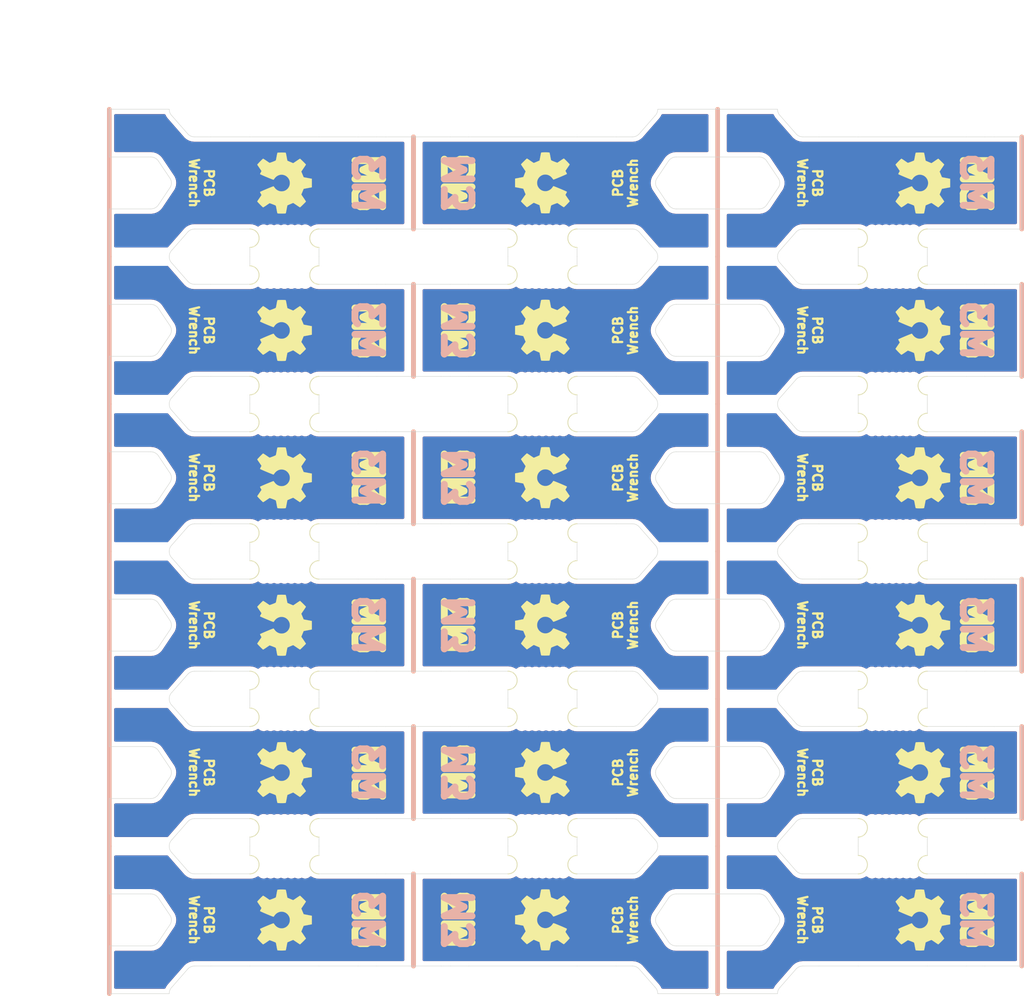
<source format=kicad_pcb>
(kicad_pcb (version 20171130) (host pcbnew "(5.1.10)-1")
  (layers (0 F.Cu signal) (31 B.Cu signal) (34 B.Paste user) (35 F.Paste user) (36 B.SilkS user) (37 F.SilkS user) (38 B.Mask user) (39 F.Mask user) (44 Edge.Cuts user))
  (net 0 "")
  (module Panelization:mouse-bite-2mm-5mm-slot (layer F.Cu) (at 19 176 180)
    (fp_text reference mouse-bite-2mm-5mm-slot hide)
    (fp_text value VAL** hide)
    (pad "" np_thru_hole circle (at 2.25 0.75 180) (size 0.5 0.5) (drill 0.5) (layers *.Cu *.Mask))
    (pad "" np_thru_hole circle (at 1.5 0.75 180) (size 0.5 0.5) (drill 0.5) (layers *.Cu *.Mask))
    (pad "" np_thru_hole circle (at -2.25 0.75 180) (size 0.5 0.5) (drill 0.5) (layers *.Cu *.Mask))
    (pad "" np_thru_hole circle (at -1.5 0.75 180) (size 0.5 0.5) (drill 0.5) (layers *.Cu *.Mask))
    (pad "" np_thru_hole circle (at 2.25 -0.75 180) (size 0.5 0.5) (drill 0.5) (layers *.Cu *.Mask))
    (pad "" np_thru_hole circle (at 1.5 -0.75 180) (size 0.5 0.5) (drill 0.5) (layers *.Cu *.Mask))
    (pad "" np_thru_hole circle (at -2.25 -0.75 180) (size 0.5 0.5) (drill 0.5) (layers *.Cu *.Mask))
    (pad "" np_thru_hole circle (at -1.5 -0.75 180) (size 0.5 0.5) (drill 0.5) (layers *.Cu *.Mask))
    (pad "" np_thru_hole circle (at 0.75 0.75 180) (size 0.5 0.5) (drill 0.5) (layers *.Cu *.Mask))
    (pad "" np_thru_hole circle (at -0.75 0.75 180) (size 0.5 0.5) (drill 0.5) (layers *.Cu *.Mask))
    (pad "" np_thru_hole circle (at -0.75 -0.75 180) (size 0.5 0.5) (drill 0.5) (layers *.Cu *.Mask))
    (pad "" np_thru_hole circle (at 0.75 -0.75 180) (size 0.5 0.5) (drill 0.5) (layers *.Cu *.Mask))
    (pad "" np_thru_hole circle (at 0 0.75 180) (size 0.5 0.5) (drill 0.5) (layers *.Cu *.Mask))
    (pad "" np_thru_hole circle (at 0 -0.75 180) (size 0.5 0.5) (drill 0.5) (layers *.Cu *.Mask))
  )
  (module Panelization:mouse-bite-2mm-5mm-slot (layer F.Cu) (at 19 160 180)
    (fp_text reference mouse-bite-2mm-5mm-slot hide)
    (fp_text value VAL** hide)
    (pad "" np_thru_hole circle (at 2.25 0.75 180) (size 0.5 0.5) (drill 0.5) (layers *.Cu *.Mask))
    (pad "" np_thru_hole circle (at 1.5 0.75 180) (size 0.5 0.5) (drill 0.5) (layers *.Cu *.Mask))
    (pad "" np_thru_hole circle (at -2.25 0.75 180) (size 0.5 0.5) (drill 0.5) (layers *.Cu *.Mask))
    (pad "" np_thru_hole circle (at -1.5 0.75 180) (size 0.5 0.5) (drill 0.5) (layers *.Cu *.Mask))
    (pad "" np_thru_hole circle (at 2.25 -0.75 180) (size 0.5 0.5) (drill 0.5) (layers *.Cu *.Mask))
    (pad "" np_thru_hole circle (at 1.5 -0.75 180) (size 0.5 0.5) (drill 0.5) (layers *.Cu *.Mask))
    (pad "" np_thru_hole circle (at -2.25 -0.75 180) (size 0.5 0.5) (drill 0.5) (layers *.Cu *.Mask))
    (pad "" np_thru_hole circle (at -1.5 -0.75 180) (size 0.5 0.5) (drill 0.5) (layers *.Cu *.Mask))
    (pad "" np_thru_hole circle (at 0.75 0.75 180) (size 0.5 0.5) (drill 0.5) (layers *.Cu *.Mask))
    (pad "" np_thru_hole circle (at -0.75 0.75 180) (size 0.5 0.5) (drill 0.5) (layers *.Cu *.Mask))
    (pad "" np_thru_hole circle (at -0.75 -0.75 180) (size 0.5 0.5) (drill 0.5) (layers *.Cu *.Mask))
    (pad "" np_thru_hole circle (at 0.75 -0.75 180) (size 0.5 0.5) (drill 0.5) (layers *.Cu *.Mask))
    (pad "" np_thru_hole circle (at 0 0.75 180) (size 0.5 0.5) (drill 0.5) (layers *.Cu *.Mask))
    (pad "" np_thru_hole circle (at 0 -0.75 180) (size 0.5 0.5) (drill 0.5) (layers *.Cu *.Mask))
  )
  (module Panelization:mouse-bite-2mm-5mm-slot (layer F.Cu) (at 19 144 180)
    (fp_text reference mouse-bite-2mm-5mm-slot hide)
    (fp_text value VAL** hide)
    (pad "" np_thru_hole circle (at 2.25 0.75 180) (size 0.5 0.5) (drill 0.5) (layers *.Cu *.Mask))
    (pad "" np_thru_hole circle (at 1.5 0.75 180) (size 0.5 0.5) (drill 0.5) (layers *.Cu *.Mask))
    (pad "" np_thru_hole circle (at -2.25 0.75 180) (size 0.5 0.5) (drill 0.5) (layers *.Cu *.Mask))
    (pad "" np_thru_hole circle (at -1.5 0.75 180) (size 0.5 0.5) (drill 0.5) (layers *.Cu *.Mask))
    (pad "" np_thru_hole circle (at 2.25 -0.75 180) (size 0.5 0.5) (drill 0.5) (layers *.Cu *.Mask))
    (pad "" np_thru_hole circle (at 1.5 -0.75 180) (size 0.5 0.5) (drill 0.5) (layers *.Cu *.Mask))
    (pad "" np_thru_hole circle (at -2.25 -0.75 180) (size 0.5 0.5) (drill 0.5) (layers *.Cu *.Mask))
    (pad "" np_thru_hole circle (at -1.5 -0.75 180) (size 0.5 0.5) (drill 0.5) (layers *.Cu *.Mask))
    (pad "" np_thru_hole circle (at 0.75 0.75 180) (size 0.5 0.5) (drill 0.5) (layers *.Cu *.Mask))
    (pad "" np_thru_hole circle (at -0.75 0.75 180) (size 0.5 0.5) (drill 0.5) (layers *.Cu *.Mask))
    (pad "" np_thru_hole circle (at -0.75 -0.75 180) (size 0.5 0.5) (drill 0.5) (layers *.Cu *.Mask))
    (pad "" np_thru_hole circle (at 0.75 -0.75 180) (size 0.5 0.5) (drill 0.5) (layers *.Cu *.Mask))
    (pad "" np_thru_hole circle (at 0 0.75 180) (size 0.5 0.5) (drill 0.5) (layers *.Cu *.Mask))
    (pad "" np_thru_hole circle (at 0 -0.75 180) (size 0.5 0.5) (drill 0.5) (layers *.Cu *.Mask))
  )
  (module Panelization:mouse-bite-2mm-5mm-slot (layer F.Cu) (at 19 128 180)
    (fp_text reference mouse-bite-2mm-5mm-slot hide)
    (fp_text value VAL** hide)
    (pad "" np_thru_hole circle (at 2.25 0.75 180) (size 0.5 0.5) (drill 0.5) (layers *.Cu *.Mask))
    (pad "" np_thru_hole circle (at 1.5 0.75 180) (size 0.5 0.5) (drill 0.5) (layers *.Cu *.Mask))
    (pad "" np_thru_hole circle (at -2.25 0.75 180) (size 0.5 0.5) (drill 0.5) (layers *.Cu *.Mask))
    (pad "" np_thru_hole circle (at -1.5 0.75 180) (size 0.5 0.5) (drill 0.5) (layers *.Cu *.Mask))
    (pad "" np_thru_hole circle (at 2.25 -0.75 180) (size 0.5 0.5) (drill 0.5) (layers *.Cu *.Mask))
    (pad "" np_thru_hole circle (at 1.5 -0.75 180) (size 0.5 0.5) (drill 0.5) (layers *.Cu *.Mask))
    (pad "" np_thru_hole circle (at -2.25 -0.75 180) (size 0.5 0.5) (drill 0.5) (layers *.Cu *.Mask))
    (pad "" np_thru_hole circle (at -1.5 -0.75 180) (size 0.5 0.5) (drill 0.5) (layers *.Cu *.Mask))
    (pad "" np_thru_hole circle (at 0.75 0.75 180) (size 0.5 0.5) (drill 0.5) (layers *.Cu *.Mask))
    (pad "" np_thru_hole circle (at -0.75 0.75 180) (size 0.5 0.5) (drill 0.5) (layers *.Cu *.Mask))
    (pad "" np_thru_hole circle (at -0.75 -0.75 180) (size 0.5 0.5) (drill 0.5) (layers *.Cu *.Mask))
    (pad "" np_thru_hole circle (at 0.75 -0.75 180) (size 0.5 0.5) (drill 0.5) (layers *.Cu *.Mask))
    (pad "" np_thru_hole circle (at 0 0.75 180) (size 0.5 0.5) (drill 0.5) (layers *.Cu *.Mask))
    (pad "" np_thru_hole circle (at 0 -0.75 180) (size 0.5 0.5) (drill 0.5) (layers *.Cu *.Mask))
  )
  (module Panelization:mouse-bite-2mm-5mm-slot (layer F.Cu) (at 19 112 180)
    (fp_text reference mouse-bite-2mm-5mm-slot hide)
    (fp_text value VAL** hide)
    (pad "" np_thru_hole circle (at 2.25 0.75 180) (size 0.5 0.5) (drill 0.5) (layers *.Cu *.Mask))
    (pad "" np_thru_hole circle (at 1.5 0.75 180) (size 0.5 0.5) (drill 0.5) (layers *.Cu *.Mask))
    (pad "" np_thru_hole circle (at -2.25 0.75 180) (size 0.5 0.5) (drill 0.5) (layers *.Cu *.Mask))
    (pad "" np_thru_hole circle (at -1.5 0.75 180) (size 0.5 0.5) (drill 0.5) (layers *.Cu *.Mask))
    (pad "" np_thru_hole circle (at 2.25 -0.75 180) (size 0.5 0.5) (drill 0.5) (layers *.Cu *.Mask))
    (pad "" np_thru_hole circle (at 1.5 -0.75 180) (size 0.5 0.5) (drill 0.5) (layers *.Cu *.Mask))
    (pad "" np_thru_hole circle (at -2.25 -0.75 180) (size 0.5 0.5) (drill 0.5) (layers *.Cu *.Mask))
    (pad "" np_thru_hole circle (at -1.5 -0.75 180) (size 0.5 0.5) (drill 0.5) (layers *.Cu *.Mask))
    (pad "" np_thru_hole circle (at 0.75 0.75 180) (size 0.5 0.5) (drill 0.5) (layers *.Cu *.Mask))
    (pad "" np_thru_hole circle (at -0.75 0.75 180) (size 0.5 0.5) (drill 0.5) (layers *.Cu *.Mask))
    (pad "" np_thru_hole circle (at -0.75 -0.75 180) (size 0.5 0.5) (drill 0.5) (layers *.Cu *.Mask))
    (pad "" np_thru_hole circle (at 0.75 -0.75 180) (size 0.5 0.5) (drill 0.5) (layers *.Cu *.Mask))
    (pad "" np_thru_hole circle (at 0 0.75 180) (size 0.5 0.5) (drill 0.5) (layers *.Cu *.Mask))
    (pad "" np_thru_hole circle (at 0 -0.75 180) (size 0.5 0.5) (drill 0.5) (layers *.Cu *.Mask))
  )
  (module Panelization:mouse-bite-2mm-5mm-slot (layer F.Cu) (at 19 172)
    (fp_text reference mouse-bite-2mm-5mm-slot hide)
    (fp_text value VAL** hide)
    (pad "" np_thru_hole circle (at 0 -0.75) (size 0.5 0.5) (drill 0.5) (layers *.Cu *.Mask))
    (pad "" np_thru_hole circle (at 0 0.75) (size 0.5 0.5) (drill 0.5) (layers *.Cu *.Mask))
    (pad "" np_thru_hole circle (at 0.75 -0.75) (size 0.5 0.5) (drill 0.5) (layers *.Cu *.Mask))
    (pad "" np_thru_hole circle (at -0.75 -0.75) (size 0.5 0.5) (drill 0.5) (layers *.Cu *.Mask))
    (pad "" np_thru_hole circle (at -0.75 0.75) (size 0.5 0.5) (drill 0.5) (layers *.Cu *.Mask))
    (pad "" np_thru_hole circle (at 0.75 0.75) (size 0.5 0.5) (drill 0.5) (layers *.Cu *.Mask))
    (pad "" np_thru_hole circle (at -1.5 -0.75) (size 0.5 0.5) (drill 0.5) (layers *.Cu *.Mask))
    (pad "" np_thru_hole circle (at -2.25 -0.75) (size 0.5 0.5) (drill 0.5) (layers *.Cu *.Mask))
    (pad "" np_thru_hole circle (at 1.5 -0.75) (size 0.5 0.5) (drill 0.5) (layers *.Cu *.Mask))
    (pad "" np_thru_hole circle (at 2.25 -0.75) (size 0.5 0.5) (drill 0.5) (layers *.Cu *.Mask))
    (pad "" np_thru_hole circle (at -1.5 0.75) (size 0.5 0.5) (drill 0.5) (layers *.Cu *.Mask))
    (pad "" np_thru_hole circle (at -2.25 0.75) (size 0.5 0.5) (drill 0.5) (layers *.Cu *.Mask))
    (pad "" np_thru_hole circle (at 1.5 0.75) (size 0.5 0.5) (drill 0.5) (layers *.Cu *.Mask))
    (pad "" np_thru_hole circle (at 2.25 0.75) (size 0.5 0.5) (drill 0.5) (layers *.Cu *.Mask))
  )
  (module Panelization:mouse-bite-2mm-5mm-slot (layer F.Cu) (at 19 156)
    (fp_text reference mouse-bite-2mm-5mm-slot hide)
    (fp_text value VAL** hide)
    (pad "" np_thru_hole circle (at 0 -0.75) (size 0.5 0.5) (drill 0.5) (layers *.Cu *.Mask))
    (pad "" np_thru_hole circle (at 0 0.75) (size 0.5 0.5) (drill 0.5) (layers *.Cu *.Mask))
    (pad "" np_thru_hole circle (at 0.75 -0.75) (size 0.5 0.5) (drill 0.5) (layers *.Cu *.Mask))
    (pad "" np_thru_hole circle (at -0.75 -0.75) (size 0.5 0.5) (drill 0.5) (layers *.Cu *.Mask))
    (pad "" np_thru_hole circle (at -0.75 0.75) (size 0.5 0.5) (drill 0.5) (layers *.Cu *.Mask))
    (pad "" np_thru_hole circle (at 0.75 0.75) (size 0.5 0.5) (drill 0.5) (layers *.Cu *.Mask))
    (pad "" np_thru_hole circle (at -1.5 -0.75) (size 0.5 0.5) (drill 0.5) (layers *.Cu *.Mask))
    (pad "" np_thru_hole circle (at -2.25 -0.75) (size 0.5 0.5) (drill 0.5) (layers *.Cu *.Mask))
    (pad "" np_thru_hole circle (at 1.5 -0.75) (size 0.5 0.5) (drill 0.5) (layers *.Cu *.Mask))
    (pad "" np_thru_hole circle (at 2.25 -0.75) (size 0.5 0.5) (drill 0.5) (layers *.Cu *.Mask))
    (pad "" np_thru_hole circle (at -1.5 0.75) (size 0.5 0.5) (drill 0.5) (layers *.Cu *.Mask))
    (pad "" np_thru_hole circle (at -2.25 0.75) (size 0.5 0.5) (drill 0.5) (layers *.Cu *.Mask))
    (pad "" np_thru_hole circle (at 1.5 0.75) (size 0.5 0.5) (drill 0.5) (layers *.Cu *.Mask))
    (pad "" np_thru_hole circle (at 2.25 0.75) (size 0.5 0.5) (drill 0.5) (layers *.Cu *.Mask))
  )
  (module Panelization:mouse-bite-2mm-5mm-slot (layer F.Cu) (at 19 140)
    (fp_text reference mouse-bite-2mm-5mm-slot hide)
    (fp_text value VAL** hide)
    (pad "" np_thru_hole circle (at 0 -0.75) (size 0.5 0.5) (drill 0.5) (layers *.Cu *.Mask))
    (pad "" np_thru_hole circle (at 0 0.75) (size 0.5 0.5) (drill 0.5) (layers *.Cu *.Mask))
    (pad "" np_thru_hole circle (at 0.75 -0.75) (size 0.5 0.5) (drill 0.5) (layers *.Cu *.Mask))
    (pad "" np_thru_hole circle (at -0.75 -0.75) (size 0.5 0.5) (drill 0.5) (layers *.Cu *.Mask))
    (pad "" np_thru_hole circle (at -0.75 0.75) (size 0.5 0.5) (drill 0.5) (layers *.Cu *.Mask))
    (pad "" np_thru_hole circle (at 0.75 0.75) (size 0.5 0.5) (drill 0.5) (layers *.Cu *.Mask))
    (pad "" np_thru_hole circle (at -1.5 -0.75) (size 0.5 0.5) (drill 0.5) (layers *.Cu *.Mask))
    (pad "" np_thru_hole circle (at -2.25 -0.75) (size 0.5 0.5) (drill 0.5) (layers *.Cu *.Mask))
    (pad "" np_thru_hole circle (at 1.5 -0.75) (size 0.5 0.5) (drill 0.5) (layers *.Cu *.Mask))
    (pad "" np_thru_hole circle (at 2.25 -0.75) (size 0.5 0.5) (drill 0.5) (layers *.Cu *.Mask))
    (pad "" np_thru_hole circle (at -1.5 0.75) (size 0.5 0.5) (drill 0.5) (layers *.Cu *.Mask))
    (pad "" np_thru_hole circle (at -2.25 0.75) (size 0.5 0.5) (drill 0.5) (layers *.Cu *.Mask))
    (pad "" np_thru_hole circle (at 1.5 0.75) (size 0.5 0.5) (drill 0.5) (layers *.Cu *.Mask))
    (pad "" np_thru_hole circle (at 2.25 0.75) (size 0.5 0.5) (drill 0.5) (layers *.Cu *.Mask))
  )
  (module Panelization:mouse-bite-2mm-5mm-slot (layer F.Cu) (at 19 124)
    (fp_text reference mouse-bite-2mm-5mm-slot hide)
    (fp_text value VAL** hide)
    (pad "" np_thru_hole circle (at 0 -0.75) (size 0.5 0.5) (drill 0.5) (layers *.Cu *.Mask))
    (pad "" np_thru_hole circle (at 0 0.75) (size 0.5 0.5) (drill 0.5) (layers *.Cu *.Mask))
    (pad "" np_thru_hole circle (at 0.75 -0.75) (size 0.5 0.5) (drill 0.5) (layers *.Cu *.Mask))
    (pad "" np_thru_hole circle (at -0.75 -0.75) (size 0.5 0.5) (drill 0.5) (layers *.Cu *.Mask))
    (pad "" np_thru_hole circle (at -0.75 0.75) (size 0.5 0.5) (drill 0.5) (layers *.Cu *.Mask))
    (pad "" np_thru_hole circle (at 0.75 0.75) (size 0.5 0.5) (drill 0.5) (layers *.Cu *.Mask))
    (pad "" np_thru_hole circle (at -1.5 -0.75) (size 0.5 0.5) (drill 0.5) (layers *.Cu *.Mask))
    (pad "" np_thru_hole circle (at -2.25 -0.75) (size 0.5 0.5) (drill 0.5) (layers *.Cu *.Mask))
    (pad "" np_thru_hole circle (at 1.5 -0.75) (size 0.5 0.5) (drill 0.5) (layers *.Cu *.Mask))
    (pad "" np_thru_hole circle (at 2.25 -0.75) (size 0.5 0.5) (drill 0.5) (layers *.Cu *.Mask))
    (pad "" np_thru_hole circle (at -1.5 0.75) (size 0.5 0.5) (drill 0.5) (layers *.Cu *.Mask))
    (pad "" np_thru_hole circle (at -2.25 0.75) (size 0.5 0.5) (drill 0.5) (layers *.Cu *.Mask))
    (pad "" np_thru_hole circle (at 1.5 0.75) (size 0.5 0.5) (drill 0.5) (layers *.Cu *.Mask))
    (pad "" np_thru_hole circle (at 2.25 0.75) (size 0.5 0.5) (drill 0.5) (layers *.Cu *.Mask))
  )
  (module Panelization:mouse-bite-2mm-5mm-slot (layer F.Cu) (at 85 176 180)
    (fp_text reference mouse-bite-2mm-5mm-slot hide)
    (fp_text value VAL** hide)
    (pad "" np_thru_hole circle (at 0 -0.75 180) (size 0.5 0.5) (drill 0.5) (layers *.Cu *.Mask))
    (pad "" np_thru_hole circle (at 0 0.75 180) (size 0.5 0.5) (drill 0.5) (layers *.Cu *.Mask))
    (pad "" np_thru_hole circle (at 0.75 -0.75 180) (size 0.5 0.5) (drill 0.5) (layers *.Cu *.Mask))
    (pad "" np_thru_hole circle (at -0.75 -0.75 180) (size 0.5 0.5) (drill 0.5) (layers *.Cu *.Mask))
    (pad "" np_thru_hole circle (at -0.75 0.75 180) (size 0.5 0.5) (drill 0.5) (layers *.Cu *.Mask))
    (pad "" np_thru_hole circle (at 0.75 0.75 180) (size 0.5 0.5) (drill 0.5) (layers *.Cu *.Mask))
    (pad "" np_thru_hole circle (at -1.5 -0.75 180) (size 0.5 0.5) (drill 0.5) (layers *.Cu *.Mask))
    (pad "" np_thru_hole circle (at -2.25 -0.75 180) (size 0.5 0.5) (drill 0.5) (layers *.Cu *.Mask))
    (pad "" np_thru_hole circle (at 1.5 -0.75 180) (size 0.5 0.5) (drill 0.5) (layers *.Cu *.Mask))
    (pad "" np_thru_hole circle (at 2.25 -0.75 180) (size 0.5 0.5) (drill 0.5) (layers *.Cu *.Mask))
    (pad "" np_thru_hole circle (at -1.5 0.75 180) (size 0.5 0.5) (drill 0.5) (layers *.Cu *.Mask))
    (pad "" np_thru_hole circle (at -2.25 0.75 180) (size 0.5 0.5) (drill 0.5) (layers *.Cu *.Mask))
    (pad "" np_thru_hole circle (at 1.5 0.75 180) (size 0.5 0.5) (drill 0.5) (layers *.Cu *.Mask))
    (pad "" np_thru_hole circle (at 2.25 0.75 180) (size 0.5 0.5) (drill 0.5) (layers *.Cu *.Mask))
  )
  (module Panelization:mouse-bite-2mm-5mm-slot (layer F.Cu) (at 85 160 180)
    (fp_text reference mouse-bite-2mm-5mm-slot hide)
    (fp_text value VAL** hide)
    (pad "" np_thru_hole circle (at 0 -0.75 180) (size 0.5 0.5) (drill 0.5) (layers *.Cu *.Mask))
    (pad "" np_thru_hole circle (at 0 0.75 180) (size 0.5 0.5) (drill 0.5) (layers *.Cu *.Mask))
    (pad "" np_thru_hole circle (at 0.75 -0.75 180) (size 0.5 0.5) (drill 0.5) (layers *.Cu *.Mask))
    (pad "" np_thru_hole circle (at -0.75 -0.75 180) (size 0.5 0.5) (drill 0.5) (layers *.Cu *.Mask))
    (pad "" np_thru_hole circle (at -0.75 0.75 180) (size 0.5 0.5) (drill 0.5) (layers *.Cu *.Mask))
    (pad "" np_thru_hole circle (at 0.75 0.75 180) (size 0.5 0.5) (drill 0.5) (layers *.Cu *.Mask))
    (pad "" np_thru_hole circle (at -1.5 -0.75 180) (size 0.5 0.5) (drill 0.5) (layers *.Cu *.Mask))
    (pad "" np_thru_hole circle (at -2.25 -0.75 180) (size 0.5 0.5) (drill 0.5) (layers *.Cu *.Mask))
    (pad "" np_thru_hole circle (at 1.5 -0.75 180) (size 0.5 0.5) (drill 0.5) (layers *.Cu *.Mask))
    (pad "" np_thru_hole circle (at 2.25 -0.75 180) (size 0.5 0.5) (drill 0.5) (layers *.Cu *.Mask))
    (pad "" np_thru_hole circle (at -1.5 0.75 180) (size 0.5 0.5) (drill 0.5) (layers *.Cu *.Mask))
    (pad "" np_thru_hole circle (at -2.25 0.75 180) (size 0.5 0.5) (drill 0.5) (layers *.Cu *.Mask))
    (pad "" np_thru_hole circle (at 1.5 0.75 180) (size 0.5 0.5) (drill 0.5) (layers *.Cu *.Mask))
    (pad "" np_thru_hole circle (at 2.25 0.75 180) (size 0.5 0.5) (drill 0.5) (layers *.Cu *.Mask))
  )
  (module Panelization:mouse-bite-2mm-5mm-slot (layer F.Cu) (at 85 144 180)
    (fp_text reference mouse-bite-2mm-5mm-slot hide)
    (fp_text value VAL** hide)
    (pad "" np_thru_hole circle (at 0 -0.75 180) (size 0.5 0.5) (drill 0.5) (layers *.Cu *.Mask))
    (pad "" np_thru_hole circle (at 0 0.75 180) (size 0.5 0.5) (drill 0.5) (layers *.Cu *.Mask))
    (pad "" np_thru_hole circle (at 0.75 -0.75 180) (size 0.5 0.5) (drill 0.5) (layers *.Cu *.Mask))
    (pad "" np_thru_hole circle (at -0.75 -0.75 180) (size 0.5 0.5) (drill 0.5) (layers *.Cu *.Mask))
    (pad "" np_thru_hole circle (at -0.75 0.75 180) (size 0.5 0.5) (drill 0.5) (layers *.Cu *.Mask))
    (pad "" np_thru_hole circle (at 0.75 0.75 180) (size 0.5 0.5) (drill 0.5) (layers *.Cu *.Mask))
    (pad "" np_thru_hole circle (at -1.5 -0.75 180) (size 0.5 0.5) (drill 0.5) (layers *.Cu *.Mask))
    (pad "" np_thru_hole circle (at -2.25 -0.75 180) (size 0.5 0.5) (drill 0.5) (layers *.Cu *.Mask))
    (pad "" np_thru_hole circle (at 1.5 -0.75 180) (size 0.5 0.5) (drill 0.5) (layers *.Cu *.Mask))
    (pad "" np_thru_hole circle (at 2.25 -0.75 180) (size 0.5 0.5) (drill 0.5) (layers *.Cu *.Mask))
    (pad "" np_thru_hole circle (at -1.5 0.75 180) (size 0.5 0.5) (drill 0.5) (layers *.Cu *.Mask))
    (pad "" np_thru_hole circle (at -2.25 0.75 180) (size 0.5 0.5) (drill 0.5) (layers *.Cu *.Mask))
    (pad "" np_thru_hole circle (at 1.5 0.75 180) (size 0.5 0.5) (drill 0.5) (layers *.Cu *.Mask))
    (pad "" np_thru_hole circle (at 2.25 0.75 180) (size 0.5 0.5) (drill 0.5) (layers *.Cu *.Mask))
  )
  (module Panelization:mouse-bite-2mm-5mm-slot (layer F.Cu) (at 85 128 180)
    (fp_text reference mouse-bite-2mm-5mm-slot hide)
    (fp_text value VAL** hide)
    (pad "" np_thru_hole circle (at 0 -0.75 180) (size 0.5 0.5) (drill 0.5) (layers *.Cu *.Mask))
    (pad "" np_thru_hole circle (at 0 0.75 180) (size 0.5 0.5) (drill 0.5) (layers *.Cu *.Mask))
    (pad "" np_thru_hole circle (at 0.75 -0.75 180) (size 0.5 0.5) (drill 0.5) (layers *.Cu *.Mask))
    (pad "" np_thru_hole circle (at -0.75 -0.75 180) (size 0.5 0.5) (drill 0.5) (layers *.Cu *.Mask))
    (pad "" np_thru_hole circle (at -0.75 0.75 180) (size 0.5 0.5) (drill 0.5) (layers *.Cu *.Mask))
    (pad "" np_thru_hole circle (at 0.75 0.75 180) (size 0.5 0.5) (drill 0.5) (layers *.Cu *.Mask))
    (pad "" np_thru_hole circle (at -1.5 -0.75 180) (size 0.5 0.5) (drill 0.5) (layers *.Cu *.Mask))
    (pad "" np_thru_hole circle (at -2.25 -0.75 180) (size 0.5 0.5) (drill 0.5) (layers *.Cu *.Mask))
    (pad "" np_thru_hole circle (at 1.5 -0.75 180) (size 0.5 0.5) (drill 0.5) (layers *.Cu *.Mask))
    (pad "" np_thru_hole circle (at 2.25 -0.75 180) (size 0.5 0.5) (drill 0.5) (layers *.Cu *.Mask))
    (pad "" np_thru_hole circle (at -1.5 0.75 180) (size 0.5 0.5) (drill 0.5) (layers *.Cu *.Mask))
    (pad "" np_thru_hole circle (at -2.25 0.75 180) (size 0.5 0.5) (drill 0.5) (layers *.Cu *.Mask))
    (pad "" np_thru_hole circle (at 1.5 0.75 180) (size 0.5 0.5) (drill 0.5) (layers *.Cu *.Mask))
    (pad "" np_thru_hole circle (at 2.25 0.75 180) (size 0.5 0.5) (drill 0.5) (layers *.Cu *.Mask))
  )
  (module Panelization:mouse-bite-2mm-5mm-slot (layer F.Cu) (at 85 112 180)
    (fp_text reference mouse-bite-2mm-5mm-slot hide)
    (fp_text value VAL** hide)
    (pad "" np_thru_hole circle (at 0 -0.75 180) (size 0.5 0.5) (drill 0.5) (layers *.Cu *.Mask))
    (pad "" np_thru_hole circle (at 0 0.75 180) (size 0.5 0.5) (drill 0.5) (layers *.Cu *.Mask))
    (pad "" np_thru_hole circle (at 0.75 -0.75 180) (size 0.5 0.5) (drill 0.5) (layers *.Cu *.Mask))
    (pad "" np_thru_hole circle (at -0.75 -0.75 180) (size 0.5 0.5) (drill 0.5) (layers *.Cu *.Mask))
    (pad "" np_thru_hole circle (at -0.75 0.75 180) (size 0.5 0.5) (drill 0.5) (layers *.Cu *.Mask))
    (pad "" np_thru_hole circle (at 0.75 0.75 180) (size 0.5 0.5) (drill 0.5) (layers *.Cu *.Mask))
    (pad "" np_thru_hole circle (at -1.5 -0.75 180) (size 0.5 0.5) (drill 0.5) (layers *.Cu *.Mask))
    (pad "" np_thru_hole circle (at -2.25 -0.75 180) (size 0.5 0.5) (drill 0.5) (layers *.Cu *.Mask))
    (pad "" np_thru_hole circle (at 1.5 -0.75 180) (size 0.5 0.5) (drill 0.5) (layers *.Cu *.Mask))
    (pad "" np_thru_hole circle (at 2.25 -0.75 180) (size 0.5 0.5) (drill 0.5) (layers *.Cu *.Mask))
    (pad "" np_thru_hole circle (at -1.5 0.75 180) (size 0.5 0.5) (drill 0.5) (layers *.Cu *.Mask))
    (pad "" np_thru_hole circle (at -2.25 0.75 180) (size 0.5 0.5) (drill 0.5) (layers *.Cu *.Mask))
    (pad "" np_thru_hole circle (at 1.5 0.75 180) (size 0.5 0.5) (drill 0.5) (layers *.Cu *.Mask))
    (pad "" np_thru_hole circle (at 2.25 0.75 180) (size 0.5 0.5) (drill 0.5) (layers *.Cu *.Mask))
  )
  (module Panelization:mouse-bite-2mm-5mm-slot (layer F.Cu) (at 85 172)
    (fp_text reference mouse-bite-2mm-5mm-slot hide)
    (fp_text value VAL** hide)
    (pad "" np_thru_hole circle (at 2.25 0.75) (size 0.5 0.5) (drill 0.5) (layers *.Cu *.Mask))
    (pad "" np_thru_hole circle (at 1.5 0.75) (size 0.5 0.5) (drill 0.5) (layers *.Cu *.Mask))
    (pad "" np_thru_hole circle (at -2.25 0.75) (size 0.5 0.5) (drill 0.5) (layers *.Cu *.Mask))
    (pad "" np_thru_hole circle (at -1.5 0.75) (size 0.5 0.5) (drill 0.5) (layers *.Cu *.Mask))
    (pad "" np_thru_hole circle (at 2.25 -0.75) (size 0.5 0.5) (drill 0.5) (layers *.Cu *.Mask))
    (pad "" np_thru_hole circle (at 1.5 -0.75) (size 0.5 0.5) (drill 0.5) (layers *.Cu *.Mask))
    (pad "" np_thru_hole circle (at -2.25 -0.75) (size 0.5 0.5) (drill 0.5) (layers *.Cu *.Mask))
    (pad "" np_thru_hole circle (at -1.5 -0.75) (size 0.5 0.5) (drill 0.5) (layers *.Cu *.Mask))
    (pad "" np_thru_hole circle (at 0.75 0.75) (size 0.5 0.5) (drill 0.5) (layers *.Cu *.Mask))
    (pad "" np_thru_hole circle (at -0.75 0.75) (size 0.5 0.5) (drill 0.5) (layers *.Cu *.Mask))
    (pad "" np_thru_hole circle (at -0.75 -0.75) (size 0.5 0.5) (drill 0.5) (layers *.Cu *.Mask))
    (pad "" np_thru_hole circle (at 0.75 -0.75) (size 0.5 0.5) (drill 0.5) (layers *.Cu *.Mask))
    (pad "" np_thru_hole circle (at 0 0.75) (size 0.5 0.5) (drill 0.5) (layers *.Cu *.Mask))
    (pad "" np_thru_hole circle (at 0 -0.75) (size 0.5 0.5) (drill 0.5) (layers *.Cu *.Mask))
  )
  (module Panelization:mouse-bite-2mm-5mm-slot (layer F.Cu) (at 85 156)
    (fp_text reference mouse-bite-2mm-5mm-slot hide)
    (fp_text value VAL** hide)
    (pad "" np_thru_hole circle (at 2.25 0.75) (size 0.5 0.5) (drill 0.5) (layers *.Cu *.Mask))
    (pad "" np_thru_hole circle (at 1.5 0.75) (size 0.5 0.5) (drill 0.5) (layers *.Cu *.Mask))
    (pad "" np_thru_hole circle (at -2.25 0.75) (size 0.5 0.5) (drill 0.5) (layers *.Cu *.Mask))
    (pad "" np_thru_hole circle (at -1.5 0.75) (size 0.5 0.5) (drill 0.5) (layers *.Cu *.Mask))
    (pad "" np_thru_hole circle (at 2.25 -0.75) (size 0.5 0.5) (drill 0.5) (layers *.Cu *.Mask))
    (pad "" np_thru_hole circle (at 1.5 -0.75) (size 0.5 0.5) (drill 0.5) (layers *.Cu *.Mask))
    (pad "" np_thru_hole circle (at -2.25 -0.75) (size 0.5 0.5) (drill 0.5) (layers *.Cu *.Mask))
    (pad "" np_thru_hole circle (at -1.5 -0.75) (size 0.5 0.5) (drill 0.5) (layers *.Cu *.Mask))
    (pad "" np_thru_hole circle (at 0.75 0.75) (size 0.5 0.5) (drill 0.5) (layers *.Cu *.Mask))
    (pad "" np_thru_hole circle (at -0.75 0.75) (size 0.5 0.5) (drill 0.5) (layers *.Cu *.Mask))
    (pad "" np_thru_hole circle (at -0.75 -0.75) (size 0.5 0.5) (drill 0.5) (layers *.Cu *.Mask))
    (pad "" np_thru_hole circle (at 0.75 -0.75) (size 0.5 0.5) (drill 0.5) (layers *.Cu *.Mask))
    (pad "" np_thru_hole circle (at 0 0.75) (size 0.5 0.5) (drill 0.5) (layers *.Cu *.Mask))
    (pad "" np_thru_hole circle (at 0 -0.75) (size 0.5 0.5) (drill 0.5) (layers *.Cu *.Mask))
  )
  (module Panelization:mouse-bite-2mm-5mm-slot (layer F.Cu) (at 85 140)
    (fp_text reference mouse-bite-2mm-5mm-slot hide)
    (fp_text value VAL** hide)
    (pad "" np_thru_hole circle (at 2.25 0.75) (size 0.5 0.5) (drill 0.5) (layers *.Cu *.Mask))
    (pad "" np_thru_hole circle (at 1.5 0.75) (size 0.5 0.5) (drill 0.5) (layers *.Cu *.Mask))
    (pad "" np_thru_hole circle (at -2.25 0.75) (size 0.5 0.5) (drill 0.5) (layers *.Cu *.Mask))
    (pad "" np_thru_hole circle (at -1.5 0.75) (size 0.5 0.5) (drill 0.5) (layers *.Cu *.Mask))
    (pad "" np_thru_hole circle (at 2.25 -0.75) (size 0.5 0.5) (drill 0.5) (layers *.Cu *.Mask))
    (pad "" np_thru_hole circle (at 1.5 -0.75) (size 0.5 0.5) (drill 0.5) (layers *.Cu *.Mask))
    (pad "" np_thru_hole circle (at -2.25 -0.75) (size 0.5 0.5) (drill 0.5) (layers *.Cu *.Mask))
    (pad "" np_thru_hole circle (at -1.5 -0.75) (size 0.5 0.5) (drill 0.5) (layers *.Cu *.Mask))
    (pad "" np_thru_hole circle (at 0.75 0.75) (size 0.5 0.5) (drill 0.5) (layers *.Cu *.Mask))
    (pad "" np_thru_hole circle (at -0.75 0.75) (size 0.5 0.5) (drill 0.5) (layers *.Cu *.Mask))
    (pad "" np_thru_hole circle (at -0.75 -0.75) (size 0.5 0.5) (drill 0.5) (layers *.Cu *.Mask))
    (pad "" np_thru_hole circle (at 0.75 -0.75) (size 0.5 0.5) (drill 0.5) (layers *.Cu *.Mask))
    (pad "" np_thru_hole circle (at 0 0.75) (size 0.5 0.5) (drill 0.5) (layers *.Cu *.Mask))
    (pad "" np_thru_hole circle (at 0 -0.75) (size 0.5 0.5) (drill 0.5) (layers *.Cu *.Mask))
  )
  (module Panelization:mouse-bite-2mm-5mm-slot (layer F.Cu) (at 85 124)
    (fp_text reference mouse-bite-2mm-5mm-slot hide)
    (fp_text value VAL** hide)
    (pad "" np_thru_hole circle (at 2.25 0.75) (size 0.5 0.5) (drill 0.5) (layers *.Cu *.Mask))
    (pad "" np_thru_hole circle (at 1.5 0.75) (size 0.5 0.5) (drill 0.5) (layers *.Cu *.Mask))
    (pad "" np_thru_hole circle (at -2.25 0.75) (size 0.5 0.5) (drill 0.5) (layers *.Cu *.Mask))
    (pad "" np_thru_hole circle (at -1.5 0.75) (size 0.5 0.5) (drill 0.5) (layers *.Cu *.Mask))
    (pad "" np_thru_hole circle (at 2.25 -0.75) (size 0.5 0.5) (drill 0.5) (layers *.Cu *.Mask))
    (pad "" np_thru_hole circle (at 1.5 -0.75) (size 0.5 0.5) (drill 0.5) (layers *.Cu *.Mask))
    (pad "" np_thru_hole circle (at -2.25 -0.75) (size 0.5 0.5) (drill 0.5) (layers *.Cu *.Mask))
    (pad "" np_thru_hole circle (at -1.5 -0.75) (size 0.5 0.5) (drill 0.5) (layers *.Cu *.Mask))
    (pad "" np_thru_hole circle (at 0.75 0.75) (size 0.5 0.5) (drill 0.5) (layers *.Cu *.Mask))
    (pad "" np_thru_hole circle (at -0.75 0.75) (size 0.5 0.5) (drill 0.5) (layers *.Cu *.Mask))
    (pad "" np_thru_hole circle (at -0.75 -0.75) (size 0.5 0.5) (drill 0.5) (layers *.Cu *.Mask))
    (pad "" np_thru_hole circle (at 0.75 -0.75) (size 0.5 0.5) (drill 0.5) (layers *.Cu *.Mask))
    (pad "" np_thru_hole circle (at 0 0.75) (size 0.5 0.5) (drill 0.5) (layers *.Cu *.Mask))
    (pad "" np_thru_hole circle (at 0 -0.75) (size 0.5 0.5) (drill 0.5) (layers *.Cu *.Mask))
  )
  (module PCBWrench:M3Wrench (layer F.Cu) (at 70.25 182)
    (fp_text reference REF** hide)
    (fp_text value "M3 Wrench")
  )
  (module PCBWrench:M3Wrench (layer F.Cu) (at 70.25 166)
    (fp_text reference REF** hide)
    (fp_text value "M3 Wrench")
  )
  (module PCBWrench:M3Wrench (layer F.Cu) (at 70.25 150)
    (fp_text reference REF** hide)
    (fp_text value "M3 Wrench")
  )
  (module PCBWrench:M3Wrench (layer F.Cu) (at 70.25 134)
    (fp_text reference REF** hide)
    (fp_text value "M3 Wrench")
  )
  (module PCBWrench:M3Wrench (layer F.Cu) (at 70.25 118)
    (fp_text reference REF** hide)
    (fp_text value "M3 Wrench")
  )
  (module Panelization:mouse-bite-2mm-5mm-slot (layer F.Cu) (at 47 172)
    (fp_text reference mouse-bite-2mm-5mm-slot hide)
    (fp_text value VAL** hide)
    (pad "" np_thru_hole circle (at 0 -0.75) (size 0.5 0.5) (drill 0.5) (layers *.Cu *.Mask))
    (pad "" np_thru_hole circle (at 0 0.75) (size 0.5 0.5) (drill 0.5) (layers *.Cu *.Mask))
    (pad "" np_thru_hole circle (at 0.75 -0.75) (size 0.5 0.5) (drill 0.5) (layers *.Cu *.Mask))
    (pad "" np_thru_hole circle (at -0.75 -0.75) (size 0.5 0.5) (drill 0.5) (layers *.Cu *.Mask))
    (pad "" np_thru_hole circle (at -0.75 0.75) (size 0.5 0.5) (drill 0.5) (layers *.Cu *.Mask))
    (pad "" np_thru_hole circle (at 0.75 0.75) (size 0.5 0.5) (drill 0.5) (layers *.Cu *.Mask))
    (pad "" np_thru_hole circle (at -1.5 -0.75) (size 0.5 0.5) (drill 0.5) (layers *.Cu *.Mask))
    (pad "" np_thru_hole circle (at -2.25 -0.75) (size 0.5 0.5) (drill 0.5) (layers *.Cu *.Mask))
    (pad "" np_thru_hole circle (at 1.5 -0.75) (size 0.5 0.5) (drill 0.5) (layers *.Cu *.Mask))
    (pad "" np_thru_hole circle (at 2.25 -0.75) (size 0.5 0.5) (drill 0.5) (layers *.Cu *.Mask))
    (pad "" np_thru_hole circle (at -1.5 0.75) (size 0.5 0.5) (drill 0.5) (layers *.Cu *.Mask))
    (pad "" np_thru_hole circle (at -2.25 0.75) (size 0.5 0.5) (drill 0.5) (layers *.Cu *.Mask))
    (pad "" np_thru_hole circle (at 1.5 0.75) (size 0.5 0.5) (drill 0.5) (layers *.Cu *.Mask))
    (pad "" np_thru_hole circle (at 2.25 0.75) (size 0.5 0.5) (drill 0.5) (layers *.Cu *.Mask))
  )
  (module Panelization:mouse-bite-2mm-5mm-slot (layer F.Cu) (at 47 156)
    (fp_text reference mouse-bite-2mm-5mm-slot hide)
    (fp_text value VAL** hide)
    (pad "" np_thru_hole circle (at 0 -0.75) (size 0.5 0.5) (drill 0.5) (layers *.Cu *.Mask))
    (pad "" np_thru_hole circle (at 0 0.75) (size 0.5 0.5) (drill 0.5) (layers *.Cu *.Mask))
    (pad "" np_thru_hole circle (at 0.75 -0.75) (size 0.5 0.5) (drill 0.5) (layers *.Cu *.Mask))
    (pad "" np_thru_hole circle (at -0.75 -0.75) (size 0.5 0.5) (drill 0.5) (layers *.Cu *.Mask))
    (pad "" np_thru_hole circle (at -0.75 0.75) (size 0.5 0.5) (drill 0.5) (layers *.Cu *.Mask))
    (pad "" np_thru_hole circle (at 0.75 0.75) (size 0.5 0.5) (drill 0.5) (layers *.Cu *.Mask))
    (pad "" np_thru_hole circle (at -1.5 -0.75) (size 0.5 0.5) (drill 0.5) (layers *.Cu *.Mask))
    (pad "" np_thru_hole circle (at -2.25 -0.75) (size 0.5 0.5) (drill 0.5) (layers *.Cu *.Mask))
    (pad "" np_thru_hole circle (at 1.5 -0.75) (size 0.5 0.5) (drill 0.5) (layers *.Cu *.Mask))
    (pad "" np_thru_hole circle (at 2.25 -0.75) (size 0.5 0.5) (drill 0.5) (layers *.Cu *.Mask))
    (pad "" np_thru_hole circle (at -1.5 0.75) (size 0.5 0.5) (drill 0.5) (layers *.Cu *.Mask))
    (pad "" np_thru_hole circle (at -2.25 0.75) (size 0.5 0.5) (drill 0.5) (layers *.Cu *.Mask))
    (pad "" np_thru_hole circle (at 1.5 0.75) (size 0.5 0.5) (drill 0.5) (layers *.Cu *.Mask))
    (pad "" np_thru_hole circle (at 2.25 0.75) (size 0.5 0.5) (drill 0.5) (layers *.Cu *.Mask))
  )
  (module Panelization:mouse-bite-2mm-5mm-slot (layer F.Cu) (at 47 140)
    (fp_text reference mouse-bite-2mm-5mm-slot hide)
    (fp_text value VAL** hide)
    (pad "" np_thru_hole circle (at 0 -0.75) (size 0.5 0.5) (drill 0.5) (layers *.Cu *.Mask))
    (pad "" np_thru_hole circle (at 0 0.75) (size 0.5 0.5) (drill 0.5) (layers *.Cu *.Mask))
    (pad "" np_thru_hole circle (at 0.75 -0.75) (size 0.5 0.5) (drill 0.5) (layers *.Cu *.Mask))
    (pad "" np_thru_hole circle (at -0.75 -0.75) (size 0.5 0.5) (drill 0.5) (layers *.Cu *.Mask))
    (pad "" np_thru_hole circle (at -0.75 0.75) (size 0.5 0.5) (drill 0.5) (layers *.Cu *.Mask))
    (pad "" np_thru_hole circle (at 0.75 0.75) (size 0.5 0.5) (drill 0.5) (layers *.Cu *.Mask))
    (pad "" np_thru_hole circle (at -1.5 -0.75) (size 0.5 0.5) (drill 0.5) (layers *.Cu *.Mask))
    (pad "" np_thru_hole circle (at -2.25 -0.75) (size 0.5 0.5) (drill 0.5) (layers *.Cu *.Mask))
    (pad "" np_thru_hole circle (at 1.5 -0.75) (size 0.5 0.5) (drill 0.5) (layers *.Cu *.Mask))
    (pad "" np_thru_hole circle (at 2.25 -0.75) (size 0.5 0.5) (drill 0.5) (layers *.Cu *.Mask))
    (pad "" np_thru_hole circle (at -1.5 0.75) (size 0.5 0.5) (drill 0.5) (layers *.Cu *.Mask))
    (pad "" np_thru_hole circle (at -2.25 0.75) (size 0.5 0.5) (drill 0.5) (layers *.Cu *.Mask))
    (pad "" np_thru_hole circle (at 1.5 0.75) (size 0.5 0.5) (drill 0.5) (layers *.Cu *.Mask))
    (pad "" np_thru_hole circle (at 2.25 0.75) (size 0.5 0.5) (drill 0.5) (layers *.Cu *.Mask))
  )
  (module Panelization:mouse-bite-2mm-5mm-slot (layer F.Cu) (at 47 124)
    (fp_text reference mouse-bite-2mm-5mm-slot hide)
    (fp_text value VAL** hide)
    (pad "" np_thru_hole circle (at 0 -0.75) (size 0.5 0.5) (drill 0.5) (layers *.Cu *.Mask))
    (pad "" np_thru_hole circle (at 0 0.75) (size 0.5 0.5) (drill 0.5) (layers *.Cu *.Mask))
    (pad "" np_thru_hole circle (at 0.75 -0.75) (size 0.5 0.5) (drill 0.5) (layers *.Cu *.Mask))
    (pad "" np_thru_hole circle (at -0.75 -0.75) (size 0.5 0.5) (drill 0.5) (layers *.Cu *.Mask))
    (pad "" np_thru_hole circle (at -0.75 0.75) (size 0.5 0.5) (drill 0.5) (layers *.Cu *.Mask))
    (pad "" np_thru_hole circle (at 0.75 0.75) (size 0.5 0.5) (drill 0.5) (layers *.Cu *.Mask))
    (pad "" np_thru_hole circle (at -1.5 -0.75) (size 0.5 0.5) (drill 0.5) (layers *.Cu *.Mask))
    (pad "" np_thru_hole circle (at -2.25 -0.75) (size 0.5 0.5) (drill 0.5) (layers *.Cu *.Mask))
    (pad "" np_thru_hole circle (at 1.5 -0.75) (size 0.5 0.5) (drill 0.5) (layers *.Cu *.Mask))
    (pad "" np_thru_hole circle (at 2.25 -0.75) (size 0.5 0.5) (drill 0.5) (layers *.Cu *.Mask))
    (pad "" np_thru_hole circle (at -1.5 0.75) (size 0.5 0.5) (drill 0.5) (layers *.Cu *.Mask))
    (pad "" np_thru_hole circle (at -2.25 0.75) (size 0.5 0.5) (drill 0.5) (layers *.Cu *.Mask))
    (pad "" np_thru_hole circle (at 1.5 0.75) (size 0.5 0.5) (drill 0.5) (layers *.Cu *.Mask))
    (pad "" np_thru_hole circle (at 2.25 0.75) (size 0.5 0.5) (drill 0.5) (layers *.Cu *.Mask))
  )
  (module Symbol:OSHW-Symbol_6.7x6mm_SilkScreen (layer F.Cu) (at 88.25 182 270)
    (fp_text reference REF** hide)
    (fp_text value OSHW-Symbol_6.7x6mm_SilkScreen hide)
  )
  (module Symbol:OSHW-Symbol_6.7x6mm_SilkScreen (layer F.Cu) (at 88.25 166 270)
    (fp_text reference REF** hide)
    (fp_text value OSHW-Symbol_6.7x6mm_SilkScreen hide)
  )
  (module Symbol:OSHW-Symbol_6.7x6mm_SilkScreen (layer F.Cu) (at 88.25 150 270)
    (fp_text reference REF** hide)
    (fp_text value OSHW-Symbol_6.7x6mm_SilkScreen hide)
  )
  (module Symbol:OSHW-Symbol_6.7x6mm_SilkScreen (layer F.Cu) (at 88.25 134 270)
    (fp_text reference REF** hide)
    (fp_text value OSHW-Symbol_6.7x6mm_SilkScreen hide)
  )
  (module Symbol:OSHW-Symbol_6.7x6mm_SilkScreen (layer F.Cu) (at 88.25 118 270)
    (fp_text reference REF** hide)
    (fp_text value OSHW-Symbol_6.7x6mm_SilkScreen hide)
  )
  (module Panelization:mouse-bite-2mm-5mm-slot (layer F.Cu) (at 47 176 180)
    (fp_text reference mouse-bite-2mm-5mm-slot hide)
    (fp_text value VAL** hide)
    (pad "" np_thru_hole circle (at 2.25 0.75 180) (size 0.5 0.5) (drill 0.5) (layers *.Cu *.Mask))
    (pad "" np_thru_hole circle (at 1.5 0.75 180) (size 0.5 0.5) (drill 0.5) (layers *.Cu *.Mask))
    (pad "" np_thru_hole circle (at -2.25 0.75 180) (size 0.5 0.5) (drill 0.5) (layers *.Cu *.Mask))
    (pad "" np_thru_hole circle (at -1.5 0.75 180) (size 0.5 0.5) (drill 0.5) (layers *.Cu *.Mask))
    (pad "" np_thru_hole circle (at 2.25 -0.75 180) (size 0.5 0.5) (drill 0.5) (layers *.Cu *.Mask))
    (pad "" np_thru_hole circle (at 1.5 -0.75 180) (size 0.5 0.5) (drill 0.5) (layers *.Cu *.Mask))
    (pad "" np_thru_hole circle (at -2.25 -0.75 180) (size 0.5 0.5) (drill 0.5) (layers *.Cu *.Mask))
    (pad "" np_thru_hole circle (at -1.5 -0.75 180) (size 0.5 0.5) (drill 0.5) (layers *.Cu *.Mask))
    (pad "" np_thru_hole circle (at 0.75 0.75 180) (size 0.5 0.5) (drill 0.5) (layers *.Cu *.Mask))
    (pad "" np_thru_hole circle (at -0.75 0.75 180) (size 0.5 0.5) (drill 0.5) (layers *.Cu *.Mask))
    (pad "" np_thru_hole circle (at -0.75 -0.75 180) (size 0.5 0.5) (drill 0.5) (layers *.Cu *.Mask))
    (pad "" np_thru_hole circle (at 0.75 -0.75 180) (size 0.5 0.5) (drill 0.5) (layers *.Cu *.Mask))
    (pad "" np_thru_hole circle (at 0 0.75 180) (size 0.5 0.5) (drill 0.5) (layers *.Cu *.Mask))
    (pad "" np_thru_hole circle (at 0 -0.75 180) (size 0.5 0.5) (drill 0.5) (layers *.Cu *.Mask))
  )
  (module Panelization:mouse-bite-2mm-5mm-slot (layer F.Cu) (at 47 160 180)
    (fp_text reference mouse-bite-2mm-5mm-slot hide)
    (fp_text value VAL** hide)
    (pad "" np_thru_hole circle (at 2.25 0.75 180) (size 0.5 0.5) (drill 0.5) (layers *.Cu *.Mask))
    (pad "" np_thru_hole circle (at 1.5 0.75 180) (size 0.5 0.5) (drill 0.5) (layers *.Cu *.Mask))
    (pad "" np_thru_hole circle (at -2.25 0.75 180) (size 0.5 0.5) (drill 0.5) (layers *.Cu *.Mask))
    (pad "" np_thru_hole circle (at -1.5 0.75 180) (size 0.5 0.5) (drill 0.5) (layers *.Cu *.Mask))
    (pad "" np_thru_hole circle (at 2.25 -0.75 180) (size 0.5 0.5) (drill 0.5) (layers *.Cu *.Mask))
    (pad "" np_thru_hole circle (at 1.5 -0.75 180) (size 0.5 0.5) (drill 0.5) (layers *.Cu *.Mask))
    (pad "" np_thru_hole circle (at -2.25 -0.75 180) (size 0.5 0.5) (drill 0.5) (layers *.Cu *.Mask))
    (pad "" np_thru_hole circle (at -1.5 -0.75 180) (size 0.5 0.5) (drill 0.5) (layers *.Cu *.Mask))
    (pad "" np_thru_hole circle (at 0.75 0.75 180) (size 0.5 0.5) (drill 0.5) (layers *.Cu *.Mask))
    (pad "" np_thru_hole circle (at -0.75 0.75 180) (size 0.5 0.5) (drill 0.5) (layers *.Cu *.Mask))
    (pad "" np_thru_hole circle (at -0.75 -0.75 180) (size 0.5 0.5) (drill 0.5) (layers *.Cu *.Mask))
    (pad "" np_thru_hole circle (at 0.75 -0.75 180) (size 0.5 0.5) (drill 0.5) (layers *.Cu *.Mask))
    (pad "" np_thru_hole circle (at 0 0.75 180) (size 0.5 0.5) (drill 0.5) (layers *.Cu *.Mask))
    (pad "" np_thru_hole circle (at 0 -0.75 180) (size 0.5 0.5) (drill 0.5) (layers *.Cu *.Mask))
  )
  (module Panelization:mouse-bite-2mm-5mm-slot (layer F.Cu) (at 47 144 180)
    (fp_text reference mouse-bite-2mm-5mm-slot hide)
    (fp_text value VAL** hide)
    (pad "" np_thru_hole circle (at 2.25 0.75 180) (size 0.5 0.5) (drill 0.5) (layers *.Cu *.Mask))
    (pad "" np_thru_hole circle (at 1.5 0.75 180) (size 0.5 0.5) (drill 0.5) (layers *.Cu *.Mask))
    (pad "" np_thru_hole circle (at -2.25 0.75 180) (size 0.5 0.5) (drill 0.5) (layers *.Cu *.Mask))
    (pad "" np_thru_hole circle (at -1.5 0.75 180) (size 0.5 0.5) (drill 0.5) (layers *.Cu *.Mask))
    (pad "" np_thru_hole circle (at 2.25 -0.75 180) (size 0.5 0.5) (drill 0.5) (layers *.Cu *.Mask))
    (pad "" np_thru_hole circle (at 1.5 -0.75 180) (size 0.5 0.5) (drill 0.5) (layers *.Cu *.Mask))
    (pad "" np_thru_hole circle (at -2.25 -0.75 180) (size 0.5 0.5) (drill 0.5) (layers *.Cu *.Mask))
    (pad "" np_thru_hole circle (at -1.5 -0.75 180) (size 0.5 0.5) (drill 0.5) (layers *.Cu *.Mask))
    (pad "" np_thru_hole circle (at 0.75 0.75 180) (size 0.5 0.5) (drill 0.5) (layers *.Cu *.Mask))
    (pad "" np_thru_hole circle (at -0.75 0.75 180) (size 0.5 0.5) (drill 0.5) (layers *.Cu *.Mask))
    (pad "" np_thru_hole circle (at -0.75 -0.75 180) (size 0.5 0.5) (drill 0.5) (layers *.Cu *.Mask))
    (pad "" np_thru_hole circle (at 0.75 -0.75 180) (size 0.5 0.5) (drill 0.5) (layers *.Cu *.Mask))
    (pad "" np_thru_hole circle (at 0 0.75 180) (size 0.5 0.5) (drill 0.5) (layers *.Cu *.Mask))
    (pad "" np_thru_hole circle (at 0 -0.75 180) (size 0.5 0.5) (drill 0.5) (layers *.Cu *.Mask))
  )
  (module Panelization:mouse-bite-2mm-5mm-slot (layer F.Cu) (at 47 128 180)
    (fp_text reference mouse-bite-2mm-5mm-slot hide)
    (fp_text value VAL** hide)
    (pad "" np_thru_hole circle (at 2.25 0.75 180) (size 0.5 0.5) (drill 0.5) (layers *.Cu *.Mask))
    (pad "" np_thru_hole circle (at 1.5 0.75 180) (size 0.5 0.5) (drill 0.5) (layers *.Cu *.Mask))
    (pad "" np_thru_hole circle (at -2.25 0.75 180) (size 0.5 0.5) (drill 0.5) (layers *.Cu *.Mask))
    (pad "" np_thru_hole circle (at -1.5 0.75 180) (size 0.5 0.5) (drill 0.5) (layers *.Cu *.Mask))
    (pad "" np_thru_hole circle (at 2.25 -0.75 180) (size 0.5 0.5) (drill 0.5) (layers *.Cu *.Mask))
    (pad "" np_thru_hole circle (at 1.5 -0.75 180) (size 0.5 0.5) (drill 0.5) (layers *.Cu *.Mask))
    (pad "" np_thru_hole circle (at -2.25 -0.75 180) (size 0.5 0.5) (drill 0.5) (layers *.Cu *.Mask))
    (pad "" np_thru_hole circle (at -1.5 -0.75 180) (size 0.5 0.5) (drill 0.5) (layers *.Cu *.Mask))
    (pad "" np_thru_hole circle (at 0.75 0.75 180) (size 0.5 0.5) (drill 0.5) (layers *.Cu *.Mask))
    (pad "" np_thru_hole circle (at -0.75 0.75 180) (size 0.5 0.5) (drill 0.5) (layers *.Cu *.Mask))
    (pad "" np_thru_hole circle (at -0.75 -0.75 180) (size 0.5 0.5) (drill 0.5) (layers *.Cu *.Mask))
    (pad "" np_thru_hole circle (at 0.75 -0.75 180) (size 0.5 0.5) (drill 0.5) (layers *.Cu *.Mask))
    (pad "" np_thru_hole circle (at 0 0.75 180) (size 0.5 0.5) (drill 0.5) (layers *.Cu *.Mask))
    (pad "" np_thru_hole circle (at 0 -0.75 180) (size 0.5 0.5) (drill 0.5) (layers *.Cu *.Mask))
  )
  (module Panelization:mouse-bite-2mm-5mm-slot (layer F.Cu) (at 47 112 180)
    (fp_text reference mouse-bite-2mm-5mm-slot hide)
    (fp_text value VAL** hide)
    (pad "" np_thru_hole circle (at 2.25 0.75 180) (size 0.5 0.5) (drill 0.5) (layers *.Cu *.Mask))
    (pad "" np_thru_hole circle (at 1.5 0.75 180) (size 0.5 0.5) (drill 0.5) (layers *.Cu *.Mask))
    (pad "" np_thru_hole circle (at -2.25 0.75 180) (size 0.5 0.5) (drill 0.5) (layers *.Cu *.Mask))
    (pad "" np_thru_hole circle (at -1.5 0.75 180) (size 0.5 0.5) (drill 0.5) (layers *.Cu *.Mask))
    (pad "" np_thru_hole circle (at 2.25 -0.75 180) (size 0.5 0.5) (drill 0.5) (layers *.Cu *.Mask))
    (pad "" np_thru_hole circle (at 1.5 -0.75 180) (size 0.5 0.5) (drill 0.5) (layers *.Cu *.Mask))
    (pad "" np_thru_hole circle (at -2.25 -0.75 180) (size 0.5 0.5) (drill 0.5) (layers *.Cu *.Mask))
    (pad "" np_thru_hole circle (at -1.5 -0.75 180) (size 0.5 0.5) (drill 0.5) (layers *.Cu *.Mask))
    (pad "" np_thru_hole circle (at 0.75 0.75 180) (size 0.5 0.5) (drill 0.5) (layers *.Cu *.Mask))
    (pad "" np_thru_hole circle (at -0.75 0.75 180) (size 0.5 0.5) (drill 0.5) (layers *.Cu *.Mask))
    (pad "" np_thru_hole circle (at -0.75 -0.75 180) (size 0.5 0.5) (drill 0.5) (layers *.Cu *.Mask))
    (pad "" np_thru_hole circle (at 0.75 -0.75 180) (size 0.5 0.5) (drill 0.5) (layers *.Cu *.Mask))
    (pad "" np_thru_hole circle (at 0 0.75 180) (size 0.5 0.5) (drill 0.5) (layers *.Cu *.Mask))
    (pad "" np_thru_hole circle (at 0 -0.75 180) (size 0.5 0.5) (drill 0.5) (layers *.Cu *.Mask))
  )
  (module PCBWrench:M3Wrench (layer F.Cu) (at 4.25 182)
    (fp_text reference REF** hide)
    (fp_text value "M3 Wrench")
  )
  (module PCBWrench:M3Wrench (layer F.Cu) (at 4.25 166)
    (fp_text reference REF** hide)
    (fp_text value "M3 Wrench")
  )
  (module PCBWrench:M3Wrench (layer F.Cu) (at 4.25 150)
    (fp_text reference REF** hide)
    (fp_text value "M3 Wrench")
  )
  (module PCBWrench:M3Wrench (layer F.Cu) (at 4.25 134)
    (fp_text reference REF** hide)
    (fp_text value "M3 Wrench")
  )
  (module PCBWrench:M3Wrench (layer F.Cu) (at 4.25 118)
    (fp_text reference REF** hide)
    (fp_text value "M3 Wrench")
  )
  (module PCBWrench:M3Wrench (layer F.Cu) (at 58.5 182 180)
    (fp_text reference REF** hide)
    (fp_text value "M3 Wrench")
  )
  (module PCBWrench:M3Wrench (layer F.Cu) (at 58.5 166 180)
    (fp_text reference REF** hide)
    (fp_text value "M3 Wrench")
  )
  (module PCBWrench:M3Wrench (layer F.Cu) (at 58.5 150 180)
    (fp_text reference REF** hide)
    (fp_text value "M3 Wrench")
  )
  (module PCBWrench:M3Wrench (layer F.Cu) (at 58.5 134 180)
    (fp_text reference REF** hide)
    (fp_text value "M3 Wrench")
  )
  (module PCBWrench:M3Wrench (layer F.Cu) (at 58.5 118 180)
    (fp_text reference REF** hide)
    (fp_text value "M3 Wrench")
  )
  (module Symbol:OSHW-Symbol_6.7x6mm_SilkScreen (layer F.Cu) (at 47 182 90)
    (fp_text reference REF** hide)
    (fp_text value OSHW-Symbol_6.7x6mm_SilkScreen hide)
  )
  (module Symbol:OSHW-Symbol_6.7x6mm_SilkScreen (layer F.Cu) (at 47 166 90)
    (fp_text reference REF** hide)
    (fp_text value OSHW-Symbol_6.7x6mm_SilkScreen hide)
  )
  (module Symbol:OSHW-Symbol_6.7x6mm_SilkScreen (layer F.Cu) (at 47 150 90)
    (fp_text reference REF** hide)
    (fp_text value OSHW-Symbol_6.7x6mm_SilkScreen hide)
  )
  (module Symbol:OSHW-Symbol_6.7x6mm_SilkScreen (layer F.Cu) (at 47 134 90)
    (fp_text reference REF** hide)
    (fp_text value OSHW-Symbol_6.7x6mm_SilkScreen hide)
  )
  (module Symbol:OSHW-Symbol_6.7x6mm_SilkScreen (layer F.Cu) (at 47 118 90)
    (fp_text reference REF** hide)
    (fp_text value OSHW-Symbol_6.7x6mm_SilkScreen hide)
  )
  (module Symbol:OSHW-Symbol_6.7x6mm_SilkScreen (layer F.Cu) (at 19 182 270)
    (fp_text reference REF** hide)
    (fp_text value OSHW-Symbol_6.7x6mm_SilkScreen hide)
  )
  (module Symbol:OSHW-Symbol_6.7x6mm_SilkScreen (layer F.Cu) (at 19 166 270)
    (fp_text reference REF** hide)
    (fp_text value OSHW-Symbol_6.7x6mm_SilkScreen hide)
  )
  (module Symbol:OSHW-Symbol_6.7x6mm_SilkScreen (layer F.Cu) (at 19 150 270)
    (fp_text reference REF** hide)
    (fp_text value OSHW-Symbol_6.7x6mm_SilkScreen hide)
  )
  (module Symbol:OSHW-Symbol_6.7x6mm_SilkScreen (layer F.Cu) (at 19 134 270)
    (fp_text reference REF** hide)
    (fp_text value OSHW-Symbol_6.7x6mm_SilkScreen hide)
  )
  (module Symbol:OSHW-Symbol_6.7x6mm_SilkScreen (layer F.Cu) (at 19 118 270)
    (fp_text reference REF** hide)
    (fp_text value OSHW-Symbol_6.7x6mm_SilkScreen hide)
  )
  (module Panelization:mouse-bite-2mm-5mm-slot (layer F.Cu) (at 85 108)
    (fp_text reference mouse-bite-2mm-5mm-slot hide)
    (fp_text value VAL** hide)
    (pad "" np_thru_hole circle (at 0 -0.75) (size 0.5 0.5) (drill 0.5) (layers *.Cu *.Mask))
    (pad "" np_thru_hole circle (at 0 0.75) (size 0.5 0.5) (drill 0.5) (layers *.Cu *.Mask))
    (pad "" np_thru_hole circle (at 0.75 -0.75) (size 0.5 0.5) (drill 0.5) (layers *.Cu *.Mask))
    (pad "" np_thru_hole circle (at -0.75 -0.75) (size 0.5 0.5) (drill 0.5) (layers *.Cu *.Mask))
    (pad "" np_thru_hole circle (at -0.75 0.75) (size 0.5 0.5) (drill 0.5) (layers *.Cu *.Mask))
    (pad "" np_thru_hole circle (at 0.75 0.75) (size 0.5 0.5) (drill 0.5) (layers *.Cu *.Mask))
    (pad "" np_thru_hole circle (at -1.5 -0.75) (size 0.5 0.5) (drill 0.5) (layers *.Cu *.Mask))
    (pad "" np_thru_hole circle (at -2.25 -0.75) (size 0.5 0.5) (drill 0.5) (layers *.Cu *.Mask))
    (pad "" np_thru_hole circle (at 1.5 -0.75) (size 0.5 0.5) (drill 0.5) (layers *.Cu *.Mask))
    (pad "" np_thru_hole circle (at 2.25 -0.75) (size 0.5 0.5) (drill 0.5) (layers *.Cu *.Mask))
    (pad "" np_thru_hole circle (at -1.5 0.75) (size 0.5 0.5) (drill 0.5) (layers *.Cu *.Mask))
    (pad "" np_thru_hole circle (at -2.25 0.75) (size 0.5 0.5) (drill 0.5) (layers *.Cu *.Mask))
    (pad "" np_thru_hole circle (at 1.5 0.75) (size 0.5 0.5) (drill 0.5) (layers *.Cu *.Mask))
    (pad "" np_thru_hole circle (at 2.25 0.75) (size 0.5 0.5) (drill 0.5) (layers *.Cu *.Mask))
  )
  (module PCBWrench:M3Wrench (layer F.Cu) (at 70.25 102)
    (fp_text reference REF** hide)
    (fp_text value "M3 Wrench")
  )
  (module Symbol:OSHW-Symbol_6.7x6mm_SilkScreen (layer F.Cu) (at 88.25 102 270)
    (fp_text reference REF** hide)
    (fp_text value OSHW-Symbol_6.7x6mm_SilkScreen hide)
  )
  (module Panelization:mouse-bite-2mm-5mm-slot (layer F.Cu) (at 47 108)
    (fp_text reference mouse-bite-2mm-5mm-slot hide)
    (fp_text value VAL** hide)
    (pad "" np_thru_hole circle (at 2.25 0.75) (size 0.5 0.5) (drill 0.5) (layers *.Cu *.Mask))
    (pad "" np_thru_hole circle (at 1.5 0.75) (size 0.5 0.5) (drill 0.5) (layers *.Cu *.Mask))
    (pad "" np_thru_hole circle (at -2.25 0.75) (size 0.5 0.5) (drill 0.5) (layers *.Cu *.Mask))
    (pad "" np_thru_hole circle (at -1.5 0.75) (size 0.5 0.5) (drill 0.5) (layers *.Cu *.Mask))
    (pad "" np_thru_hole circle (at 2.25 -0.75) (size 0.5 0.5) (drill 0.5) (layers *.Cu *.Mask))
    (pad "" np_thru_hole circle (at 1.5 -0.75) (size 0.5 0.5) (drill 0.5) (layers *.Cu *.Mask))
    (pad "" np_thru_hole circle (at -2.25 -0.75) (size 0.5 0.5) (drill 0.5) (layers *.Cu *.Mask))
    (pad "" np_thru_hole circle (at -1.5 -0.75) (size 0.5 0.5) (drill 0.5) (layers *.Cu *.Mask))
    (pad "" np_thru_hole circle (at 0.75 0.75) (size 0.5 0.5) (drill 0.5) (layers *.Cu *.Mask))
    (pad "" np_thru_hole circle (at -0.75 0.75) (size 0.5 0.5) (drill 0.5) (layers *.Cu *.Mask))
    (pad "" np_thru_hole circle (at -0.75 -0.75) (size 0.5 0.5) (drill 0.5) (layers *.Cu *.Mask))
    (pad "" np_thru_hole circle (at 0.75 -0.75) (size 0.5 0.5) (drill 0.5) (layers *.Cu *.Mask))
    (pad "" np_thru_hole circle (at 0 0.75) (size 0.5 0.5) (drill 0.5) (layers *.Cu *.Mask))
    (pad "" np_thru_hole circle (at 0 -0.75) (size 0.5 0.5) (drill 0.5) (layers *.Cu *.Mask))
  )
  (module PCBWrench:M3Wrench (layer F.Cu) (at 58.5 102 180)
    (fp_text reference REF** hide)
    (fp_text value "M3 Wrench")
  )
  (module Symbol:OSHW-Symbol_6.7x6mm_SilkScreen (layer F.Cu) (at 47 102 90)
    (fp_text reference REF** hide)
    (fp_text value OSHW-Symbol_6.7x6mm_SilkScreen hide)
  )
  (module Panelization:mouse-bite-2mm-5mm-slot (layer F.Cu) (at 19 108)
    (fp_text reference mouse-bite-2mm-5mm-slot hide)
    (fp_text value VAL** hide)
    (pad "" np_thru_hole circle (at 2.25 0.75) (size 0.5 0.5) (drill 0.5) (layers *.Cu *.Mask))
    (pad "" np_thru_hole circle (at 1.5 0.75) (size 0.5 0.5) (drill 0.5) (layers *.Cu *.Mask))
    (pad "" np_thru_hole circle (at -2.25 0.75) (size 0.5 0.5) (drill 0.5) (layers *.Cu *.Mask))
    (pad "" np_thru_hole circle (at -1.5 0.75) (size 0.5 0.5) (drill 0.5) (layers *.Cu *.Mask))
    (pad "" np_thru_hole circle (at 2.25 -0.75) (size 0.5 0.5) (drill 0.5) (layers *.Cu *.Mask))
    (pad "" np_thru_hole circle (at 1.5 -0.75) (size 0.5 0.5) (drill 0.5) (layers *.Cu *.Mask))
    (pad "" np_thru_hole circle (at -2.25 -0.75) (size 0.5 0.5) (drill 0.5) (layers *.Cu *.Mask))
    (pad "" np_thru_hole circle (at -1.5 -0.75) (size 0.5 0.5) (drill 0.5) (layers *.Cu *.Mask))
    (pad "" np_thru_hole circle (at 0.75 0.75) (size 0.5 0.5) (drill 0.5) (layers *.Cu *.Mask))
    (pad "" np_thru_hole circle (at -0.75 0.75) (size 0.5 0.5) (drill 0.5) (layers *.Cu *.Mask))
    (pad "" np_thru_hole circle (at -0.75 -0.75) (size 0.5 0.5) (drill 0.5) (layers *.Cu *.Mask))
    (pad "" np_thru_hole circle (at 0.75 -0.75) (size 0.5 0.5) (drill 0.5) (layers *.Cu *.Mask))
    (pad "" np_thru_hole circle (at 0 0.75) (size 0.5 0.5) (drill 0.5) (layers *.Cu *.Mask))
    (pad "" np_thru_hole circle (at 0 -0.75) (size 0.5 0.5) (drill 0.5) (layers *.Cu *.Mask))
  )
  (module PCBWrench:M3Wrench (layer F.Cu) (at 4.25 102)
    (fp_text reference REF** hide)
    (fp_text value "M3 Wrench")
  )
  (module Symbol:OSHW-Symbol_6.7x6mm_SilkScreen (layer F.Cu) (at 19 102 270)
    (fp_text reference REF** hide)
    (fp_text value OSHW-Symbol_6.7x6mm_SilkScreen hide)
  )
  (gr_line (start 99 177) (end 99 187) (layer Edge.Cuts) (width 0.05))
  (gr_line (start 99 161) (end 99 171) (layer Edge.Cuts) (width 0.05))
  (gr_line (start 99 145) (end 99 155) (layer Edge.Cuts) (width 0.05))
  (gr_line (start 99 129) (end 99 139) (layer Edge.Cuts) (width 0.05))
  (gr_line (start 99 113) (end 99 123) (layer Edge.Cuts) (width 0.05))
  (gr_line (start 99 97) (end 99 107) (layer Edge.Cuts) (width 0.05))
  (gr_line (start 81.25 187) (end 88.75 187) (layer Edge.Cuts) (width 0.05))
  (gr_line (start 59.5 190) (end 72.5 190) (layer Edge.Cuts) (width 0.05))
  (gr_line (start 15.25 187) (end 22.75 187) (layer Edge.Cuts) (width 0.05))
  (gr_line (start 0 190) (end 6.5 190) (layer Edge.Cuts) (width 0.05))
  (gr_line (start 59.5 94) (end 72.5 94) (layer Edge.Cuts) (width 0.05))
  (gr_line (start 15.25 97) (end 22.75 97) (layer Edge.Cuts) (width 0.05))
  (gr_line (start 0 94) (end 6.5 94) (layer Edge.Cuts) (width 0.05))
  (gr_line (start 22.75 175) (end 22.75 174) (layer Edge.Cuts) (width 0.05))
  (gr_line (start 22.75 159) (end 22.75 158) (layer Edge.Cuts) (width 0.05))
  (gr_line (start 22.75 143) (end 22.75 142) (layer Edge.Cuts) (width 0.05))
  (gr_line (start 22.75 127) (end 22.75 126) (layer Edge.Cuts) (width 0.05))
  (gr_line (start 22.75 111) (end 22.75 110) (layer Edge.Cuts) (width 0.05))
  (gr_line (start 15.25 175) (end 15.25 174) (layer Edge.Cuts) (width 0.05))
  (gr_line (start 15.25 159) (end 15.25 158) (layer Edge.Cuts) (width 0.05))
  (gr_line (start 15.25 143) (end 15.25 142) (layer Edge.Cuts) (width 0.05))
  (gr_line (start 15.25 127) (end 15.25 126) (layer Edge.Cuts) (width 0.05))
  (gr_line (start 15.25 111) (end 15.25 110) (layer Edge.Cuts) (width 0.05))
  (gr_arc (start 15.25 176) (end 15.25 177) (angle -180) (layer Edge.Cuts) (width 0.05))
  (gr_arc (start 15.25 160) (end 15.25 161) (angle -180) (layer Edge.Cuts) (width 0.05))
  (gr_arc (start 15.25 144) (end 15.25 145) (angle -180) (layer Edge.Cuts) (width 0.05))
  (gr_arc (start 15.25 128) (end 15.25 129) (angle -180) (layer Edge.Cuts) (width 0.05))
  (gr_arc (start 15.25 112) (end 15.25 113) (angle -180) (layer Edge.Cuts) (width 0.05))
  (gr_line (start 27 177) (end 22.75 177) (layer Edge.Cuts) (width 0.05))
  (gr_line (start 27 161) (end 22.75 161) (layer Edge.Cuts) (width 0.05))
  (gr_line (start 27 145) (end 22.75 145) (layer Edge.Cuts) (width 0.05))
  (gr_line (start 27 129) (end 22.75 129) (layer Edge.Cuts) (width 0.05))
  (gr_line (start 27 113) (end 22.75 113) (layer Edge.Cuts) (width 0.05))
  (gr_line (start 15.25 173) (end 15.25 174) (layer Edge.Cuts) (width 0.05))
  (gr_line (start 15.25 157) (end 15.25 158) (layer Edge.Cuts) (width 0.05))
  (gr_line (start 15.25 141) (end 15.25 142) (layer Edge.Cuts) (width 0.05))
  (gr_line (start 15.25 125) (end 15.25 126) (layer Edge.Cuts) (width 0.05))
  (gr_line (start 22.75 173) (end 22.75 174) (layer Edge.Cuts) (width 0.05))
  (gr_line (start 22.75 157) (end 22.75 158) (layer Edge.Cuts) (width 0.05))
  (gr_line (start 22.75 141) (end 22.75 142) (layer Edge.Cuts) (width 0.05))
  (gr_line (start 22.75 125) (end 22.75 126) (layer Edge.Cuts) (width 0.05))
  (gr_arc (start 22.75 176) (end 22.75 175) (angle -180) (layer Edge.Cuts) (width 0.05))
  (gr_arc (start 22.75 160) (end 22.75 159) (angle -180) (layer Edge.Cuts) (width 0.05))
  (gr_arc (start 22.75 144) (end 22.75 143) (angle -180) (layer Edge.Cuts) (width 0.05))
  (gr_arc (start 22.75 128) (end 22.75 127) (angle -180) (layer Edge.Cuts) (width 0.05))
  (gr_arc (start 22.75 112) (end 22.75 111) (angle -180) (layer Edge.Cuts) (width 0.05))
  (gr_line (start 15.25 177) (end 11 177) (layer Edge.Cuts) (width 0.05))
  (gr_line (start 15.25 161) (end 11 161) (layer Edge.Cuts) (width 0.05))
  (gr_line (start 15.25 145) (end 11 145) (layer Edge.Cuts) (width 0.05))
  (gr_line (start 15.25 129) (end 11 129) (layer Edge.Cuts) (width 0.05))
  (gr_line (start 15.25 113) (end 11 113) (layer Edge.Cuts) (width 0.05))
  (gr_line (start 66 190) (end 66 174) (layer B.SilkS) (width 0.5))
  (gr_line (start 66 174) (end 66 158) (layer B.SilkS) (width 0.5))
  (gr_line (start 66 158) (end 66 142) (layer B.SilkS) (width 0.5))
  (gr_line (start 66 142) (end 66 126) (layer B.SilkS) (width 0.5))
  (gr_line (start 66 126) (end 66 110) (layer B.SilkS) (width 0.5))
  (gr_line (start 33 187) (end 33 177) (layer B.SilkS) (width 0.5))
  (gr_line (start 33 171) (end 33 161) (layer B.SilkS) (width 0.5))
  (gr_line (start 33 155) (end 33 145) (layer B.SilkS) (width 0.5))
  (gr_line (start 33 139) (end 33 129) (layer B.SilkS) (width 0.5))
  (gr_line (start 33 123) (end 33 113) (layer B.SilkS) (width 0.5))
  (gr_line (start 61.5 184.82) (end 66 184.82) (layer Edge.Cuts) (width 0.05))
  (gr_line (start 61.5 168.82) (end 66 168.82) (layer Edge.Cuts) (width 0.05))
  (gr_line (start 61.5 152.82) (end 66 152.82) (layer Edge.Cuts) (width 0.05))
  (gr_line (start 61.5 136.82) (end 66 136.82) (layer Edge.Cuts) (width 0.05))
  (gr_line (start 61.5 120.82) (end 66 120.82) (layer Edge.Cuts) (width 0.05))
  (gr_line (start 33 187) (end 33 177) (layer F.SilkS) (width 0.5))
  (gr_line (start 33 171) (end 33 161) (layer F.SilkS) (width 0.5))
  (gr_line (start 33 155) (end 33 145) (layer F.SilkS) (width 0.5))
  (gr_line (start 33 139) (end 33 129) (layer F.SilkS) (width 0.5))
  (gr_line (start 33 123) (end 33 113) (layer F.SilkS) (width 0.5))
  (gr_line (start 6.792893 174.707107) (end 8.542893 176.707107) (layer Edge.Cuts) (width 0.05))
  (gr_line (start 6.792893 158.707107) (end 8.542893 160.707107) (layer Edge.Cuts) (width 0.05))
  (gr_line (start 6.792893 142.707107) (end 8.542893 144.707107) (layer Edge.Cuts) (width 0.05))
  (gr_line (start 6.792893 126.707107) (end 8.542893 128.707107) (layer Edge.Cuts) (width 0.05))
  (gr_line (start 6.792893 110.707107) (end 8.542893 112.707107) (layer Edge.Cuts) (width 0.05))
  (gr_arc (start 70.5 180.18) (end 70.5 179.18) (angle 60) (layer Edge.Cuts) (width 0.05))
  (gr_arc (start 70.5 164.18) (end 70.5 163.18) (angle 60) (layer Edge.Cuts) (width 0.05))
  (gr_arc (start 70.5 148.18) (end 70.5 147.18) (angle 60) (layer Edge.Cuts) (width 0.05))
  (gr_arc (start 70.5 132.18) (end 70.5 131.18) (angle 60) (layer Edge.Cuts) (width 0.05))
  (gr_arc (start 70.5 116.18) (end 70.5 115.18) (angle 60) (layer Edge.Cuts) (width 0.05))
  (gr_arc (start 61.5 180.18) (end 61.5 179.18) (angle -60) (layer Edge.Cuts) (width 0.05))
  (gr_arc (start 61.5 164.18) (end 61.5 163.18) (angle -60) (layer Edge.Cuts) (width 0.05))
  (gr_arc (start 61.5 148.18) (end 61.5 147.18) (angle -60) (layer Edge.Cuts) (width 0.05))
  (gr_arc (start 61.5 132.18) (end 61.5 131.18) (angle -60) (layer Edge.Cuts) (width 0.05))
  (gr_arc (start 61.5 116.18) (end 61.5 115.18) (angle -60) (layer Edge.Cuts) (width 0.05))
  (gr_line (start 71.366025 184.32) (end 72.61 182.466988) (layer Edge.Cuts) (width 0.05))
  (gr_line (start 71.366025 168.32) (end 72.61 166.466988) (layer Edge.Cuts) (width 0.05))
  (gr_line (start 71.366025 152.32) (end 72.61 150.466988) (layer Edge.Cuts) (width 0.05))
  (gr_line (start 71.366025 136.32) (end 72.61 134.466988) (layer Edge.Cuts) (width 0.05))
  (gr_line (start 71.366025 120.32) (end 72.61 118.466988) (layer Edge.Cuts) (width 0.05))
  (gr_line (start 70.5 179.18) (end 66 179.18) (layer Edge.Cuts) (width 0.05))
  (gr_line (start 70.5 163.18) (end 66 163.18) (layer Edge.Cuts) (width 0.05))
  (gr_line (start 70.5 147.18) (end 66 147.18) (layer Edge.Cuts) (width 0.05))
  (gr_line (start 70.5 131.18) (end 66 131.18) (layer Edge.Cuts) (width 0.05))
  (gr_line (start 70.5 115.18) (end 66 115.18) (layer Edge.Cuts) (width 0.05))
  (gr_arc (start 71.801154 182) (end 72.735129 182) (angle -30.00002891) (layer Edge.Cuts) (width 0.05))
  (gr_arc (start 71.801154 166) (end 72.735129 166) (angle -30.00002891) (layer Edge.Cuts) (width 0.05))
  (gr_arc (start 71.801154 150) (end 72.735129 150) (angle -30.00002891) (layer Edge.Cuts) (width 0.05))
  (gr_arc (start 71.801154 134) (end 72.735129 134) (angle -30.00002891) (layer Edge.Cuts) (width 0.05))
  (gr_arc (start 71.801154 118) (end 72.735129 118) (angle -30.00002891) (layer Edge.Cuts) (width 0.05))
  (gr_line (start 43.25 175) (end 43.25 174) (layer Edge.Cuts) (width 0.05))
  (gr_line (start 43.25 159) (end 43.25 158) (layer Edge.Cuts) (width 0.05))
  (gr_line (start 43.25 143) (end 43.25 142) (layer Edge.Cuts) (width 0.05))
  (gr_line (start 43.25 127) (end 43.25 126) (layer Edge.Cuts) (width 0.05))
  (gr_line (start 43.25 111) (end 43.25 110) (layer Edge.Cuts) (width 0.05))
  (gr_line (start 99 177) (end 99 187) (layer F.SilkS) (width 0.5))
  (gr_line (start 99 161) (end 99 171) (layer F.SilkS) (width 0.5))
  (gr_line (start 99 145) (end 99 155) (layer F.SilkS) (width 0.5))
  (gr_line (start 99 129) (end 99 139) (layer F.SilkS) (width 0.5))
  (gr_line (start 99 113) (end 99 123) (layer F.SilkS) (width 0.5))
  (gr_line (start 60.633975 179.68) (end 59.39 181.533012) (layer Edge.Cuts) (width 0.05))
  (gr_line (start 60.633975 163.68) (end 59.39 165.533012) (layer Edge.Cuts) (width 0.05))
  (gr_line (start 60.633975 147.68) (end 59.39 149.533012) (layer Edge.Cuts) (width 0.05))
  (gr_line (start 60.633975 131.68) (end 59.39 133.533012) (layer Edge.Cuts) (width 0.05))
  (gr_line (start 60.633975 115.68) (end 59.39 117.533012) (layer Edge.Cuts) (width 0.05))
  (gr_line (start 43.25 173) (end 43.25 174) (layer Edge.Cuts) (width 0.05))
  (gr_line (start 43.25 157) (end 43.25 158) (layer Edge.Cuts) (width 0.05))
  (gr_line (start 43.25 141) (end 43.25 142) (layer Edge.Cuts) (width 0.05))
  (gr_line (start 43.25 125) (end 43.25 126) (layer Edge.Cuts) (width 0.05))
  (gr_arc (start 50.75 172) (end 50.75 171) (angle -180) (layer Edge.Cuts) (width 0.05))
  (gr_arc (start 50.75 156) (end 50.75 155) (angle -180) (layer Edge.Cuts) (width 0.05))
  (gr_arc (start 50.75 140) (end 50.75 139) (angle -180) (layer Edge.Cuts) (width 0.05))
  (gr_arc (start 50.75 124) (end 50.75 123) (angle -180) (layer Edge.Cuts) (width 0.05))
  (gr_line (start 50.75 187) (end 55 187) (layer Edge.Cuts) (width 0.05))
  (gr_line (start 50.75 171) (end 55 171) (layer Edge.Cuts) (width 0.05))
  (gr_line (start 50.75 155) (end 55 155) (layer Edge.Cuts) (width 0.05))
  (gr_line (start 50.75 139) (end 55 139) (layer Edge.Cuts) (width 0.05))
  (gr_line (start 50.75 123) (end 55 123) (layer Edge.Cuts) (width 0.05))
  (gr_line (start 59.207107 189.292893) (end 57.457107 187.292893) (layer Edge.Cuts) (width 0.05))
  (gr_line (start 59.207107 173.292893) (end 57.457107 171.292893) (layer Edge.Cuts) (width 0.05))
  (gr_line (start 59.207107 157.292893) (end 57.457107 155.292893) (layer Edge.Cuts) (width 0.05))
  (gr_line (start 59.207107 141.292893) (end 57.457107 139.292893) (layer Edge.Cuts) (width 0.05))
  (gr_line (start 59.207107 125.292893) (end 57.457107 123.292893) (layer Edge.Cuts) (width 0.05))
  (gr_arc (start 58.5 190) (end 59.5 190) (angle -45) (layer Edge.Cuts) (width 0.05))
  (gr_arc (start 58.5 174) (end 59.5 174) (angle -45) (layer Edge.Cuts) (width 0.05))
  (gr_arc (start 58.5 158) (end 59.5 158) (angle -45) (layer Edge.Cuts) (width 0.05))
  (gr_arc (start 58.5 142) (end 59.5 142) (angle -45) (layer Edge.Cuts) (width 0.05))
  (gr_arc (start 58.5 126) (end 59.5 126) (angle -45) (layer Edge.Cuts) (width 0.05))
  (gr_line (start 33 177) (end 37 177) (layer Edge.Cuts) (width 0.05))
  (gr_line (start 33 161) (end 37 161) (layer Edge.Cuts) (width 0.05))
  (gr_line (start 33 145) (end 37 145) (layer Edge.Cuts) (width 0.05))
  (gr_line (start 33 129) (end 37 129) (layer Edge.Cuts) (width 0.05))
  (gr_line (start 33 113) (end 37 113) (layer Edge.Cuts) (width 0.05))
  (gr_line (start 61.5 179.18) (end 66 179.18) (layer Edge.Cuts) (width 0.05))
  (gr_line (start 61.5 163.18) (end 66 163.18) (layer Edge.Cuts) (width 0.05))
  (gr_line (start 61.5 147.18) (end 66 147.18) (layer Edge.Cuts) (width 0.05))
  (gr_line (start 61.5 131.18) (end 66 131.18) (layer Edge.Cuts) (width 0.05))
  (gr_line (start 61.5 115.18) (end 66 115.18) (layer Edge.Cuts) (width 0.05))
  (gr_line (start 56.75 187) (end 55 187) (layer Edge.Cuts) (width 0.05))
  (gr_line (start 56.75 171) (end 55 171) (layer Edge.Cuts) (width 0.05))
  (gr_line (start 56.75 155) (end 55 155) (layer Edge.Cuts) (width 0.05))
  (gr_line (start 56.75 139) (end 55 139) (layer Edge.Cuts) (width 0.05))
  (gr_line (start 56.75 123) (end 55 123) (layer Edge.Cuts) (width 0.05))
  (gr_arc (start 60.198846 182) (end 59.264871 182) (angle -30.00002891) (layer Edge.Cuts) (width 0.05))
  (gr_arc (start 60.198846 166) (end 59.264871 166) (angle -30.00002891) (layer Edge.Cuts) (width 0.05))
  (gr_arc (start 60.198846 150) (end 59.264871 150) (angle -30.00002891) (layer Edge.Cuts) (width 0.05))
  (gr_arc (start 60.198846 134) (end 59.264871 134) (angle -30.00002891) (layer Edge.Cuts) (width 0.05))
  (gr_arc (start 60.198846 118) (end 59.264871 118) (angle -30.00002891) (layer Edge.Cuts) (width 0.05))
  (gr_line (start 39 187) (end 37 187) (layer Edge.Cuts) (width 0.05))
  (gr_line (start 39 171) (end 37 171) (layer Edge.Cuts) (width 0.05))
  (gr_line (start 39 155) (end 37 155) (layer Edge.Cuts) (width 0.05))
  (gr_line (start 39 139) (end 37 139) (layer Edge.Cuts) (width 0.05))
  (gr_line (start 39 123) (end 37 123) (layer Edge.Cuts) (width 0.05))
  (gr_line (start 9.25 187) (end 11 187) (layer Edge.Cuts) (width 0.05))
  (gr_line (start 9.25 171) (end 11 171) (layer Edge.Cuts) (width 0.05))
  (gr_line (start 9.25 155) (end 11 155) (layer Edge.Cuts) (width 0.05))
  (gr_line (start 9.25 139) (end 11 139) (layer Edge.Cuts) (width 0.05))
  (gr_line (start 9.25 123) (end 11 123) (layer Edge.Cuts) (width 0.05))
  (gr_arc (start 58.5 174) (end 59.5 174) (angle 45) (layer Edge.Cuts) (width 0.05))
  (gr_arc (start 58.5 158) (end 59.5 158) (angle 45) (layer Edge.Cuts) (width 0.05))
  (gr_arc (start 58.5 142) (end 59.5 142) (angle 45) (layer Edge.Cuts) (width 0.05))
  (gr_arc (start 58.5 126) (end 59.5 126) (angle 45) (layer Edge.Cuts) (width 0.05))
  (gr_arc (start 58.5 110) (end 59.5 110) (angle 45) (layer Edge.Cuts) (width 0.05))
  (gr_line (start 37 177) (end 39 177) (layer Edge.Cuts) (width 0.05))
  (gr_line (start 37 161) (end 39 161) (layer Edge.Cuts) (width 0.05))
  (gr_line (start 37 145) (end 39 145) (layer Edge.Cuts) (width 0.05))
  (gr_line (start 37 129) (end 39 129) (layer Edge.Cuts) (width 0.05))
  (gr_line (start 37 113) (end 39 113) (layer Edge.Cuts) (width 0.05))
  (gr_line (start 36 187) (end 37 187) (layer Edge.Cuts) (width 0.05))
  (gr_line (start 36 171) (end 37 171) (layer Edge.Cuts) (width 0.05))
  (gr_line (start 36 155) (end 37 155) (layer Edge.Cuts) (width 0.05))
  (gr_line (start 36 139) (end 37 139) (layer Edge.Cuts) (width 0.05))
  (gr_line (start 36 123) (end 37 123) (layer Edge.Cuts) (width 0.05))
  (gr_line (start 9.25 177) (end 11 177) (layer Edge.Cuts) (width 0.05))
  (gr_line (start 9.25 161) (end 11 161) (layer Edge.Cuts) (width 0.05))
  (gr_line (start 9.25 145) (end 11 145) (layer Edge.Cuts) (width 0.05))
  (gr_line (start 9.25 129) (end 11 129) (layer Edge.Cuts) (width 0.05))
  (gr_line (start 9.25 113) (end 11 113) (layer Edge.Cuts) (width 0.05))
  (gr_arc (start 56.75 176) (end 56.75 177) (angle -45) (layer Edge.Cuts) (width 0.05))
  (gr_arc (start 56.75 160) (end 56.75 161) (angle -45) (layer Edge.Cuts) (width 0.05))
  (gr_arc (start 56.75 144) (end 56.75 145) (angle -45) (layer Edge.Cuts) (width 0.05))
  (gr_arc (start 56.75 128) (end 56.75 129) (angle -45) (layer Edge.Cuts) (width 0.05))
  (gr_arc (start 56.75 112) (end 56.75 113) (angle -45) (layer Edge.Cuts) (width 0.05))
  (gr_arc (start 56.75 188) (end 56.75 187) (angle 45) (layer Edge.Cuts) (width 0.05))
  (gr_arc (start 56.75 172) (end 56.75 171) (angle 45) (layer Edge.Cuts) (width 0.05))
  (gr_arc (start 56.75 156) (end 56.75 155) (angle 45) (layer Edge.Cuts) (width 0.05))
  (gr_arc (start 56.75 140) (end 56.75 139) (angle 45) (layer Edge.Cuts) (width 0.05))
  (gr_arc (start 56.75 124) (end 56.75 123) (angle 45) (layer Edge.Cuts) (width 0.05))
  (gr_arc (start 50.75 176) (end 50.75 175) (angle -180) (layer Edge.Cuts) (width 0.05))
  (gr_arc (start 50.75 160) (end 50.75 159) (angle -180) (layer Edge.Cuts) (width 0.05))
  (gr_arc (start 50.75 144) (end 50.75 143) (angle -180) (layer Edge.Cuts) (width 0.05))
  (gr_arc (start 50.75 128) (end 50.75 127) (angle -180) (layer Edge.Cuts) (width 0.05))
  (gr_arc (start 50.75 112) (end 50.75 111) (angle -180) (layer Edge.Cuts) (width 0.05))
  (gr_arc (start 43.25 176) (end 43.25 177) (angle -180) (layer Edge.Cuts) (width 0.05))
  (gr_arc (start 43.25 160) (end 43.25 161) (angle -180) (layer Edge.Cuts) (width 0.05))
  (gr_arc (start 43.25 144) (end 43.25 145) (angle -180) (layer Edge.Cuts) (width 0.05))
  (gr_arc (start 43.25 128) (end 43.25 129) (angle -180) (layer Edge.Cuts) (width 0.05))
  (gr_arc (start 43.25 112) (end 43.25 113) (angle -180) (layer Edge.Cuts) (width 0.05))
  (gr_line (start 50.75 173) (end 50.75 174) (layer Edge.Cuts) (width 0.05))
  (gr_line (start 50.75 157) (end 50.75 158) (layer Edge.Cuts) (width 0.05))
  (gr_line (start 50.75 141) (end 50.75 142) (layer Edge.Cuts) (width 0.05))
  (gr_line (start 50.75 125) (end 50.75 126) (layer Edge.Cuts) (width 0.05))
  (gr_line (start 43.25 177) (end 39 177) (layer Edge.Cuts) (width 0.05))
  (gr_line (start 43.25 161) (end 39 161) (layer Edge.Cuts) (width 0.05))
  (gr_line (start 43.25 145) (end 39 145) (layer Edge.Cuts) (width 0.05))
  (gr_line (start 43.25 129) (end 39 129) (layer Edge.Cuts) (width 0.05))
  (gr_line (start 43.25 113) (end 39 113) (layer Edge.Cuts) (width 0.05))
  (gr_arc (start 61.5 183.82) (end 61.5 184.82) (angle 60) (layer Edge.Cuts) (width 0.05))
  (gr_arc (start 61.5 167.82) (end 61.5 168.82) (angle 60) (layer Edge.Cuts) (width 0.05))
  (gr_arc (start 61.5 151.82) (end 61.5 152.82) (angle 60) (layer Edge.Cuts) (width 0.05))
  (gr_arc (start 61.5 135.82) (end 61.5 136.82) (angle 60) (layer Edge.Cuts) (width 0.05))
  (gr_arc (start 61.5 119.82) (end 61.5 120.82) (angle 60) (layer Edge.Cuts) (width 0.05))
  (gr_arc (start 43.25 172) (end 43.25 173) (angle -180) (layer Edge.Cuts) (width 0.05))
  (gr_arc (start 43.25 156) (end 43.25 157) (angle -180) (layer Edge.Cuts) (width 0.05))
  (gr_arc (start 43.25 140) (end 43.25 141) (angle -180) (layer Edge.Cuts) (width 0.05))
  (gr_arc (start 43.25 124) (end 43.25 125) (angle -180) (layer Edge.Cuts) (width 0.05))
  (gr_line (start 57.457107 176.707107) (end 59.207107 174.707107) (layer Edge.Cuts) (width 0.05))
  (gr_line (start 57.457107 160.707107) (end 59.207107 158.707107) (layer Edge.Cuts) (width 0.05))
  (gr_line (start 57.457107 144.707107) (end 59.207107 142.707107) (layer Edge.Cuts) (width 0.05))
  (gr_line (start 57.457107 128.707107) (end 59.207107 126.707107) (layer Edge.Cuts) (width 0.05))
  (gr_line (start 57.457107 112.707107) (end 59.207107 110.707107) (layer Edge.Cuts) (width 0.05))
  (gr_line (start 66 190) (end 66 174) (layer F.SilkS) (width 0.5))
  (gr_line (start 66 174) (end 66 158) (layer F.SilkS) (width 0.5))
  (gr_line (start 66 158) (end 66 142) (layer F.SilkS) (width 0.5))
  (gr_line (start 66 142) (end 66 126) (layer F.SilkS) (width 0.5))
  (gr_line (start 66 126) (end 66 110) (layer F.SilkS) (width 0.5))
  (gr_arc (start 60.198846 182) (end 59.264871 182) (angle 30.00002891) (layer Edge.Cuts) (width 0.05))
  (gr_arc (start 60.198846 166) (end 59.264871 166) (angle 30.00002891) (layer Edge.Cuts) (width 0.05))
  (gr_arc (start 60.198846 150) (end 59.264871 150) (angle 30.00002891) (layer Edge.Cuts) (width 0.05))
  (gr_arc (start 60.198846 134) (end 59.264871 134) (angle 30.00002891) (layer Edge.Cuts) (width 0.05))
  (gr_arc (start 60.198846 118) (end 59.264871 118) (angle 30.00002891) (layer Edge.Cuts) (width 0.05))
  (gr_line (start 8.542893 187.292893) (end 6.792893 189.292893) (layer Edge.Cuts) (width 0.05))
  (gr_line (start 8.542893 171.292893) (end 6.792893 173.292893) (layer Edge.Cuts) (width 0.05))
  (gr_line (start 8.542893 155.292893) (end 6.792893 157.292893) (layer Edge.Cuts) (width 0.05))
  (gr_line (start 8.542893 139.292893) (end 6.792893 141.292893) (layer Edge.Cuts) (width 0.05))
  (gr_line (start 8.542893 123.292893) (end 6.792893 125.292893) (layer Edge.Cuts) (width 0.05))
  (gr_line (start 50.75 175) (end 50.75 174) (layer Edge.Cuts) (width 0.05))
  (gr_line (start 50.75 159) (end 50.75 158) (layer Edge.Cuts) (width 0.05))
  (gr_line (start 50.75 143) (end 50.75 142) (layer Edge.Cuts) (width 0.05))
  (gr_line (start 50.75 127) (end 50.75 126) (layer Edge.Cuts) (width 0.05))
  (gr_line (start 50.75 111) (end 50.75 110) (layer Edge.Cuts) (width 0.05))
  (gr_arc (start 75.25 188) (end 75.25 187) (angle -45) (layer Edge.Cuts) (width 0.05))
  (gr_arc (start 75.25 172) (end 75.25 171) (angle -45) (layer Edge.Cuts) (width 0.05))
  (gr_arc (start 75.25 156) (end 75.25 155) (angle -45) (layer Edge.Cuts) (width 0.05))
  (gr_arc (start 75.25 140) (end 75.25 139) (angle -45) (layer Edge.Cuts) (width 0.05))
  (gr_arc (start 75.25 124) (end 75.25 123) (angle -45) (layer Edge.Cuts) (width 0.05))
  (gr_line (start 96 177) (end 95 177) (layer Edge.Cuts) (width 0.05))
  (gr_line (start 96 161) (end 95 161) (layer Edge.Cuts) (width 0.05))
  (gr_line (start 96 145) (end 95 145) (layer Edge.Cuts) (width 0.05))
  (gr_line (start 96 129) (end 95 129) (layer Edge.Cuts) (width 0.05))
  (gr_line (start 96 113) (end 95 113) (layer Edge.Cuts) (width 0.05))
  (gr_line (start 99 187) (end 95 187) (layer Edge.Cuts) (width 0.05))
  (gr_line (start 99 171) (end 95 171) (layer Edge.Cuts) (width 0.05))
  (gr_line (start 99 155) (end 95 155) (layer Edge.Cuts) (width 0.05))
  (gr_line (start 99 139) (end 95 139) (layer Edge.Cuts) (width 0.05))
  (gr_line (start 99 123) (end 95 123) (layer Edge.Cuts) (width 0.05))
  (gr_arc (start 70.5 183.82) (end 70.5 184.82) (angle -60) (layer Edge.Cuts) (width 0.05))
  (gr_arc (start 70.5 167.82) (end 70.5 168.82) (angle -60) (layer Edge.Cuts) (width 0.05))
  (gr_arc (start 70.5 151.82) (end 70.5 152.82) (angle -60) (layer Edge.Cuts) (width 0.05))
  (gr_arc (start 70.5 135.82) (end 70.5 136.82) (angle -60) (layer Edge.Cuts) (width 0.05))
  (gr_arc (start 70.5 119.82) (end 70.5 120.82) (angle -60) (layer Edge.Cuts) (width 0.05))
  (gr_line (start 36 187) (end 33 187) (layer Edge.Cuts) (width 0.05))
  (gr_line (start 36 171) (end 33 171) (layer Edge.Cuts) (width 0.05))
  (gr_line (start 36 155) (end 33 155) (layer Edge.Cuts) (width 0.05))
  (gr_line (start 36 139) (end 33 139) (layer Edge.Cuts) (width 0.05))
  (gr_line (start 36 123) (end 33 123) (layer Edge.Cuts) (width 0.05))
  (gr_line (start 55 177) (end 50.75 177) (layer Edge.Cuts) (width 0.05))
  (gr_line (start 55 161) (end 50.75 161) (layer Edge.Cuts) (width 0.05))
  (gr_line (start 55 145) (end 50.75 145) (layer Edge.Cuts) (width 0.05))
  (gr_line (start 55 129) (end 50.75 129) (layer Edge.Cuts) (width 0.05))
  (gr_line (start 55 113) (end 50.75 113) (layer Edge.Cuts) (width 0.05))
  (gr_line (start 96 177) (end 99 177) (layer Edge.Cuts) (width 0.05))
  (gr_line (start 96 161) (end 99 161) (layer Edge.Cuts) (width 0.05))
  (gr_line (start 96 145) (end 99 145) (layer Edge.Cuts) (width 0.05))
  (gr_line (start 96 129) (end 99 129) (layer Edge.Cuts) (width 0.05))
  (gr_line (start 96 113) (end 99 113) (layer Edge.Cuts) (width 0.05))
  (gr_line (start 60.633975 184.32) (end 59.39 182.466988) (layer Edge.Cuts) (width 0.05))
  (gr_line (start 60.633975 168.32) (end 59.39 166.466988) (layer Edge.Cuts) (width 0.05))
  (gr_line (start 60.633975 152.32) (end 59.39 150.466988) (layer Edge.Cuts) (width 0.05))
  (gr_line (start 60.633975 136.32) (end 59.39 134.466988) (layer Edge.Cuts) (width 0.05))
  (gr_line (start 60.633975 120.32) (end 59.39 118.466988) (layer Edge.Cuts) (width 0.05))
  (gr_line (start 56.75 177) (end 55 177) (layer Edge.Cuts) (width 0.05))
  (gr_line (start 56.75 161) (end 55 161) (layer Edge.Cuts) (width 0.05))
  (gr_line (start 56.75 145) (end 55 145) (layer Edge.Cuts) (width 0.05))
  (gr_line (start 56.75 129) (end 55 129) (layer Edge.Cuts) (width 0.05))
  (gr_line (start 56.75 113) (end 55 113) (layer Edge.Cuts) (width 0.05))
  (gr_arc (start 71.801154 182) (end 72.735129 182) (angle 30.00002891) (layer Edge.Cuts) (width 0.05))
  (gr_arc (start 71.801154 166) (end 72.735129 166) (angle 30.00002891) (layer Edge.Cuts) (width 0.05))
  (gr_arc (start 71.801154 150) (end 72.735129 150) (angle 30.00002891) (layer Edge.Cuts) (width 0.05))
  (gr_arc (start 71.801154 134) (end 72.735129 134) (angle 30.00002891) (layer Edge.Cuts) (width 0.05))
  (gr_arc (start 71.801154 118) (end 72.735129 118) (angle 30.00002891) (layer Edge.Cuts) (width 0.05))
  (gr_line (start 71.366025 179.68) (end 72.61 181.533012) (layer Edge.Cuts) (width 0.05))
  (gr_line (start 71.366025 163.68) (end 72.61 165.533012) (layer Edge.Cuts) (width 0.05))
  (gr_line (start 71.366025 147.68) (end 72.61 149.533012) (layer Edge.Cuts) (width 0.05))
  (gr_line (start 71.366025 131.68) (end 72.61 133.533012) (layer Edge.Cuts) (width 0.05))
  (gr_line (start 71.366025 115.68) (end 72.61 117.533012) (layer Edge.Cuts) (width 0.05))
  (gr_line (start 39 187) (end 50.75 187) (layer Edge.Cuts) (width 0.05))
  (gr_line (start 39 171) (end 43.25 171) (layer Edge.Cuts) (width 0.05))
  (gr_line (start 39 155) (end 43.25 155) (layer Edge.Cuts) (width 0.05))
  (gr_line (start 39 139) (end 43.25 139) (layer Edge.Cuts) (width 0.05))
  (gr_line (start 39 123) (end 43.25 123) (layer Edge.Cuts) (width 0.05))
  (gr_line (start 27 177) (end 29 177) (layer Edge.Cuts) (width 0.05))
  (gr_line (start 27 161) (end 29 161) (layer Edge.Cuts) (width 0.05))
  (gr_line (start 27 145) (end 29 145) (layer Edge.Cuts) (width 0.05))
  (gr_line (start 27 129) (end 29 129) (layer Edge.Cuts) (width 0.05))
  (gr_line (start 27 113) (end 29 113) (layer Edge.Cuts) (width 0.05))
  (gr_arc (start 75.25 176) (end 75.25 177) (angle 45) (layer Edge.Cuts) (width 0.05))
  (gr_arc (start 75.25 160) (end 75.25 161) (angle 45) (layer Edge.Cuts) (width 0.05))
  (gr_arc (start 75.25 144) (end 75.25 145) (angle 45) (layer Edge.Cuts) (width 0.05))
  (gr_arc (start 75.25 128) (end 75.25 129) (angle 45) (layer Edge.Cuts) (width 0.05))
  (gr_arc (start 75.25 112) (end 75.25 113) (angle 45) (layer Edge.Cuts) (width 0.05))
  (gr_text M3 (at 94 182 270) (layer B.SilkS) (effects (font (size 3 3) (thickness 0.75)) (justify mirror)))
  (gr_text M3 (at 94 166 270) (layer B.SilkS) (effects (font (size 3 3) (thickness 0.75)) (justify mirror)))
  (gr_text M3 (at 94 150 270) (layer B.SilkS) (effects (font (size 3 3) (thickness 0.75)) (justify mirror)))
  (gr_text M3 (at 94 134 270) (layer B.SilkS) (effects (font (size 3 3) (thickness 0.75)) (justify mirror)))
  (gr_text M3 (at 94 118 270) (layer B.SilkS) (effects (font (size 3 3) (thickness 0.75)) (justify mirror)))
  (gr_text "PCB\nWrench" (at 76 182 270) (layer F.SilkS) (effects (font (size 1 1) (thickness 0.25))))
  (gr_text "PCB\nWrench" (at 76 166 270) (layer F.SilkS) (effects (font (size 1 1) (thickness 0.25))))
  (gr_text "PCB\nWrench" (at 76 150 270) (layer F.SilkS) (effects (font (size 1 1) (thickness 0.25))))
  (gr_text "PCB\nWrench" (at 76 134 270) (layer F.SilkS) (effects (font (size 1 1) (thickness 0.25))))
  (gr_text "PCB\nWrench" (at 76 118 270) (layer F.SilkS) (effects (font (size 1 1) (thickness 0.25))))
  (gr_text M3 (at 94 182 270) (layer F.SilkS) (effects (font (size 3 3) (thickness 0.75))))
  (gr_text M3 (at 94 166 270) (layer F.SilkS) (effects (font (size 3 3) (thickness 0.75))))
  (gr_text M3 (at 94 150 270) (layer F.SilkS) (effects (font (size 3 3) (thickness 0.75))))
  (gr_text M3 (at 94 134 270) (layer F.SilkS) (effects (font (size 3 3) (thickness 0.75))))
  (gr_text M3 (at 94 118 270) (layer F.SilkS) (effects (font (size 3 3) (thickness 0.75))))
  (gr_text M3 (at 38 182 90) (layer F.SilkS) (effects (font (size 3 3) (thickness 0.75))))
  (gr_text M3 (at 38 166 90) (layer F.SilkS) (effects (font (size 3 3) (thickness 0.75))))
  (gr_text M3 (at 38 150 90) (layer F.SilkS) (effects (font (size 3 3) (thickness 0.75))))
  (gr_text M3 (at 38 134 90) (layer F.SilkS) (effects (font (size 3 3) (thickness 0.75))))
  (gr_text M3 (at 38 118 90) (layer F.SilkS) (effects (font (size 3 3) (thickness 0.75))))
  (gr_text "PCB\nWrench" (at 56 182 90) (layer F.SilkS) (effects (font (size 1 1) (thickness 0.25))))
  (gr_text "PCB\nWrench" (at 56 166 90) (layer F.SilkS) (effects (font (size 1 1) (thickness 0.25))))
  (gr_text "PCB\nWrench" (at 56 150 90) (layer F.SilkS) (effects (font (size 1 1) (thickness 0.25))))
  (gr_text "PCB\nWrench" (at 56 134 90) (layer F.SilkS) (effects (font (size 1 1) (thickness 0.25))))
  (gr_text "PCB\nWrench" (at 56 118 90) (layer F.SilkS) (effects (font (size 1 1) (thickness 0.25))))
  (gr_text M3 (at 38 182 90) (layer B.SilkS) (effects (font (size 3 3) (thickness 0.75)) (justify mirror)))
  (gr_text M3 (at 38 166 90) (layer B.SilkS) (effects (font (size 3 3) (thickness 0.75)) (justify mirror)))
  (gr_text M3 (at 38 150 90) (layer B.SilkS) (effects (font (size 3 3) (thickness 0.75)) (justify mirror)))
  (gr_text M3 (at 38 134 90) (layer B.SilkS) (effects (font (size 3 3) (thickness 0.75)) (justify mirror)))
  (gr_text M3 (at 38 118 90) (layer B.SilkS) (effects (font (size 3 3) (thickness 0.75)) (justify mirror)))
  (gr_arc (start 15.25 172) (end 15.25 173) (angle -180) (layer Edge.Cuts) (width 0.05))
  (gr_arc (start 15.25 156) (end 15.25 157) (angle -180) (layer Edge.Cuts) (width 0.05))
  (gr_arc (start 15.25 140) (end 15.25 141) (angle -180) (layer Edge.Cuts) (width 0.05))
  (gr_arc (start 15.25 124) (end 15.25 125) (angle -180) (layer Edge.Cuts) (width 0.05))
  (gr_arc (start 22.75 172) (end 22.75 171) (angle -180) (layer Edge.Cuts) (width 0.05))
  (gr_arc (start 22.75 156) (end 22.75 155) (angle -180) (layer Edge.Cuts) (width 0.05))
  (gr_arc (start 22.75 140) (end 22.75 139) (angle -180) (layer Edge.Cuts) (width 0.05))
  (gr_arc (start 22.75 124) (end 22.75 123) (angle -180) (layer Edge.Cuts) (width 0.05))
  (gr_line (start 11 187) (end 15.25 187) (layer Edge.Cuts) (width 0.05))
  (gr_line (start 11 171) (end 15.25 171) (layer Edge.Cuts) (width 0.05))
  (gr_line (start 11 155) (end 15.25 155) (layer Edge.Cuts) (width 0.05))
  (gr_line (start 11 139) (end 15.25 139) (layer Edge.Cuts) (width 0.05))
  (gr_line (start 11 123) (end 15.25 123) (layer Edge.Cuts) (width 0.05))
  (gr_line (start 22.75 187) (end 27 187) (layer Edge.Cuts) (width 0.05))
  (gr_line (start 22.75 171) (end 27 171) (layer Edge.Cuts) (width 0.05))
  (gr_line (start 22.75 155) (end 27 155) (layer Edge.Cuts) (width 0.05))
  (gr_line (start 22.75 139) (end 27 139) (layer Edge.Cuts) (width 0.05))
  (gr_line (start 22.75 123) (end 27 123) (layer Edge.Cuts) (width 0.05))
  (gr_text "PCB\nWrench" (at 10 182 270) (layer F.SilkS) (effects (font (size 1 1) (thickness 0.25))))
  (gr_text "PCB\nWrench" (at 10 166 270) (layer F.SilkS) (effects (font (size 1 1) (thickness 0.25))))
  (gr_text "PCB\nWrench" (at 10 150 270) (layer F.SilkS) (effects (font (size 1 1) (thickness 0.25))))
  (gr_text "PCB\nWrench" (at 10 134 270) (layer F.SilkS) (effects (font (size 1 1) (thickness 0.25))))
  (gr_text "PCB\nWrench" (at 10 118 270) (layer F.SilkS) (effects (font (size 1 1) (thickness 0.25))))
  (gr_text M3 (at 28 182 270) (layer B.SilkS) (effects (font (size 3 3) (thickness 0.75)) (justify mirror)))
  (gr_text M3 (at 28 166 270) (layer B.SilkS) (effects (font (size 3 3) (thickness 0.75)) (justify mirror)))
  (gr_text M3 (at 28 150 270) (layer B.SilkS) (effects (font (size 3 3) (thickness 0.75)) (justify mirror)))
  (gr_text M3 (at 28 134 270) (layer B.SilkS) (effects (font (size 3 3) (thickness 0.75)) (justify mirror)))
  (gr_text M3 (at 28 118 270) (layer B.SilkS) (effects (font (size 3 3) (thickness 0.75)) (justify mirror)))
  (gr_text M3 (at 28 182 270) (layer F.SilkS) (effects (font (size 3 3) (thickness 0.75))))
  (gr_text M3 (at 28 166 270) (layer F.SilkS) (effects (font (size 3 3) (thickness 0.75))))
  (gr_text M3 (at 28 150 270) (layer F.SilkS) (effects (font (size 3 3) (thickness 0.75))))
  (gr_text M3 (at 28 134 270) (layer F.SilkS) (effects (font (size 3 3) (thickness 0.75))))
  (gr_text M3 (at 28 118 270) (layer F.SilkS) (effects (font (size 3 3) (thickness 0.75))))
  (gr_arc (start 7.5 174) (end 6.5 174) (angle -45) (layer Edge.Cuts) (width 0.05))
  (gr_arc (start 7.5 158) (end 6.5 158) (angle -45) (layer Edge.Cuts) (width 0.05))
  (gr_arc (start 7.5 142) (end 6.5 142) (angle -45) (layer Edge.Cuts) (width 0.05))
  (gr_arc (start 7.5 126) (end 6.5 126) (angle -45) (layer Edge.Cuts) (width 0.05))
  (gr_arc (start 7.5 110) (end 6.5 110) (angle -45) (layer Edge.Cuts) (width 0.05))
  (gr_arc (start 7.5 190) (end 6.5 190) (angle 45) (layer Edge.Cuts) (width 0.05))
  (gr_arc (start 7.5 174) (end 6.5 174) (angle 45) (layer Edge.Cuts) (width 0.05))
  (gr_arc (start 7.5 158) (end 6.5 158) (angle 45) (layer Edge.Cuts) (width 0.05))
  (gr_arc (start 7.5 142) (end 6.5 142) (angle 45) (layer Edge.Cuts) (width 0.05))
  (gr_arc (start 7.5 126) (end 6.5 126) (angle 45) (layer Edge.Cuts) (width 0.05))
  (gr_line (start 75.25 187) (end 77 187) (layer Edge.Cuts) (width 0.05))
  (gr_line (start 75.25 171) (end 77 171) (layer Edge.Cuts) (width 0.05))
  (gr_line (start 75.25 155) (end 77 155) (layer Edge.Cuts) (width 0.05))
  (gr_line (start 75.25 139) (end 77 139) (layer Edge.Cuts) (width 0.05))
  (gr_line (start 75.25 123) (end 77 123) (layer Edge.Cuts) (width 0.05))
  (gr_arc (start 81.25 176) (end 81.25 177) (angle -180) (layer Edge.Cuts) (width 0.05))
  (gr_arc (start 81.25 160) (end 81.25 161) (angle -180) (layer Edge.Cuts) (width 0.05))
  (gr_arc (start 81.25 144) (end 81.25 145) (angle -180) (layer Edge.Cuts) (width 0.05))
  (gr_arc (start 81.25 128) (end 81.25 129) (angle -180) (layer Edge.Cuts) (width 0.05))
  (gr_arc (start 81.25 112) (end 81.25 113) (angle -180) (layer Edge.Cuts) (width 0.05))
  (gr_line (start 93 177) (end 88.75 177) (layer Edge.Cuts) (width 0.05))
  (gr_line (start 93 161) (end 88.75 161) (layer Edge.Cuts) (width 0.05))
  (gr_line (start 93 145) (end 88.75 145) (layer Edge.Cuts) (width 0.05))
  (gr_line (start 93 129) (end 88.75 129) (layer Edge.Cuts) (width 0.05))
  (gr_line (start 93 113) (end 88.75 113) (layer Edge.Cuts) (width 0.05))
  (gr_line (start 81.25 175) (end 81.25 174) (layer Edge.Cuts) (width 0.05))
  (gr_line (start 81.25 159) (end 81.25 158) (layer Edge.Cuts) (width 0.05))
  (gr_line (start 81.25 143) (end 81.25 142) (layer Edge.Cuts) (width 0.05))
  (gr_line (start 81.25 127) (end 81.25 126) (layer Edge.Cuts) (width 0.05))
  (gr_line (start 81.25 111) (end 81.25 110) (layer Edge.Cuts) (width 0.05))
  (gr_arc (start 81.25 172) (end 81.25 173) (angle -180) (layer Edge.Cuts) (width 0.05))
  (gr_arc (start 81.25 156) (end 81.25 157) (angle -180) (layer Edge.Cuts) (width 0.05))
  (gr_arc (start 81.25 140) (end 81.25 141) (angle -180) (layer Edge.Cuts) (width 0.05))
  (gr_arc (start 81.25 124) (end 81.25 125) (angle -180) (layer Edge.Cuts) (width 0.05))
  (gr_line (start 88.75 173) (end 88.75 174) (layer Edge.Cuts) (width 0.05))
  (gr_line (start 88.75 157) (end 88.75 158) (layer Edge.Cuts) (width 0.05))
  (gr_line (start 88.75 141) (end 88.75 142) (layer Edge.Cuts) (width 0.05))
  (gr_line (start 88.75 125) (end 88.75 126) (layer Edge.Cuts) (width 0.05))
  (gr_arc (start 73.5 190) (end 72.5 190) (angle 45) (layer Edge.Cuts) (width 0.05))
  (gr_arc (start 73.5 174) (end 72.5 174) (angle 45) (layer Edge.Cuts) (width 0.05))
  (gr_arc (start 73.5 158) (end 72.5 158) (angle 45) (layer Edge.Cuts) (width 0.05))
  (gr_arc (start 73.5 142) (end 72.5 142) (angle 45) (layer Edge.Cuts) (width 0.05))
  (gr_arc (start 73.5 126) (end 72.5 126) (angle 45) (layer Edge.Cuts) (width 0.05))
  (gr_line (start 77 187) (end 81.25 187) (layer Edge.Cuts) (width 0.05))
  (gr_line (start 77 171) (end 81.25 171) (layer Edge.Cuts) (width 0.05))
  (gr_line (start 77 155) (end 81.25 155) (layer Edge.Cuts) (width 0.05))
  (gr_line (start 77 139) (end 81.25 139) (layer Edge.Cuts) (width 0.05))
  (gr_line (start 77 123) (end 81.25 123) (layer Edge.Cuts) (width 0.05))
  (gr_line (start 81.25 173) (end 81.25 174) (layer Edge.Cuts) (width 0.05))
  (gr_line (start 81.25 157) (end 81.25 158) (layer Edge.Cuts) (width 0.05))
  (gr_line (start 81.25 141) (end 81.25 142) (layer Edge.Cuts) (width 0.05))
  (gr_line (start 81.25 125) (end 81.25 126) (layer Edge.Cuts) (width 0.05))
  (gr_arc (start 88.75 172) (end 88.75 171) (angle -180) (layer Edge.Cuts) (width 0.05))
  (gr_arc (start 88.75 156) (end 88.75 155) (angle -180) (layer Edge.Cuts) (width 0.05))
  (gr_arc (start 88.75 140) (end 88.75 139) (angle -180) (layer Edge.Cuts) (width 0.05))
  (gr_arc (start 88.75 124) (end 88.75 123) (angle -180) (layer Edge.Cuts) (width 0.05))
  (gr_line (start 75.25 177) (end 77 177) (layer Edge.Cuts) (width 0.05))
  (gr_line (start 75.25 161) (end 77 161) (layer Edge.Cuts) (width 0.05))
  (gr_line (start 75.25 145) (end 77 145) (layer Edge.Cuts) (width 0.05))
  (gr_line (start 75.25 129) (end 77 129) (layer Edge.Cuts) (width 0.05))
  (gr_line (start 75.25 113) (end 77 113) (layer Edge.Cuts) (width 0.05))
  (gr_line (start 74.542893 187.292893) (end 72.792893 189.292893) (layer Edge.Cuts) (width 0.05))
  (gr_line (start 74.542893 171.292893) (end 72.792893 173.292893) (layer Edge.Cuts) (width 0.05))
  (gr_line (start 74.542893 155.292893) (end 72.792893 157.292893) (layer Edge.Cuts) (width 0.05))
  (gr_line (start 74.542893 139.292893) (end 72.792893 141.292893) (layer Edge.Cuts) (width 0.05))
  (gr_line (start 74.542893 123.292893) (end 72.792893 125.292893) (layer Edge.Cuts) (width 0.05))
  (gr_line (start 88.75 187) (end 93 187) (layer Edge.Cuts) (width 0.05))
  (gr_line (start 88.75 171) (end 93 171) (layer Edge.Cuts) (width 0.05))
  (gr_line (start 88.75 155) (end 93 155) (layer Edge.Cuts) (width 0.05))
  (gr_line (start 88.75 139) (end 93 139) (layer Edge.Cuts) (width 0.05))
  (gr_line (start 88.75 123) (end 93 123) (layer Edge.Cuts) (width 0.05))
  (gr_line (start 70.5 184.82) (end 66 184.82) (layer Edge.Cuts) (width 0.05))
  (gr_line (start 70.5 168.82) (end 66 168.82) (layer Edge.Cuts) (width 0.05))
  (gr_line (start 70.5 152.82) (end 66 152.82) (layer Edge.Cuts) (width 0.05))
  (gr_line (start 70.5 136.82) (end 66 136.82) (layer Edge.Cuts) (width 0.05))
  (gr_line (start 70.5 120.82) (end 66 120.82) (layer Edge.Cuts) (width 0.05))
  (gr_line (start 81.25 177) (end 77 177) (layer Edge.Cuts) (width 0.05))
  (gr_line (start 81.25 161) (end 77 161) (layer Edge.Cuts) (width 0.05))
  (gr_line (start 81.25 145) (end 77 145) (layer Edge.Cuts) (width 0.05))
  (gr_line (start 81.25 129) (end 77 129) (layer Edge.Cuts) (width 0.05))
  (gr_line (start 81.25 113) (end 77 113) (layer Edge.Cuts) (width 0.05))
  (gr_line (start 72.792893 174.707107) (end 74.542893 176.707107) (layer Edge.Cuts) (width 0.05))
  (gr_line (start 72.792893 158.707107) (end 74.542893 160.707107) (layer Edge.Cuts) (width 0.05))
  (gr_line (start 72.792893 142.707107) (end 74.542893 144.707107) (layer Edge.Cuts) (width 0.05))
  (gr_line (start 72.792893 126.707107) (end 74.542893 128.707107) (layer Edge.Cuts) (width 0.05))
  (gr_line (start 72.792893 110.707107) (end 74.542893 112.707107) (layer Edge.Cuts) (width 0.05))
  (gr_arc (start 73.5 174) (end 72.5 174) (angle -45) (layer Edge.Cuts) (width 0.05))
  (gr_arc (start 73.5 158) (end 72.5 158) (angle -45) (layer Edge.Cuts) (width 0.05))
  (gr_arc (start 73.5 142) (end 72.5 142) (angle -45) (layer Edge.Cuts) (width 0.05))
  (gr_arc (start 73.5 126) (end 72.5 126) (angle -45) (layer Edge.Cuts) (width 0.05))
  (gr_arc (start 73.5 110) (end 72.5 110) (angle -45) (layer Edge.Cuts) (width 0.05))
  (gr_line (start 99 177) (end 99 187) (layer B.SilkS) (width 0.5))
  (gr_line (start 99 161) (end 99 171) (layer B.SilkS) (width 0.5))
  (gr_line (start 99 145) (end 99 155) (layer B.SilkS) (width 0.5))
  (gr_line (start 99 129) (end 99 139) (layer B.SilkS) (width 0.5))
  (gr_line (start 99 113) (end 99 123) (layer B.SilkS) (width 0.5))
  (gr_arc (start 88.75 176) (end 88.75 175) (angle -180) (layer Edge.Cuts) (width 0.05))
  (gr_arc (start 88.75 160) (end 88.75 159) (angle -180) (layer Edge.Cuts) (width 0.05))
  (gr_arc (start 88.75 144) (end 88.75 143) (angle -180) (layer Edge.Cuts) (width 0.05))
  (gr_arc (start 88.75 128) (end 88.75 127) (angle -180) (layer Edge.Cuts) (width 0.05))
  (gr_arc (start 88.75 112) (end 88.75 111) (angle -180) (layer Edge.Cuts) (width 0.05))
  (gr_line (start 88.75 175) (end 88.75 174) (layer Edge.Cuts) (width 0.05))
  (gr_line (start 88.75 159) (end 88.75 158) (layer Edge.Cuts) (width 0.05))
  (gr_line (start 88.75 143) (end 88.75 142) (layer Edge.Cuts) (width 0.05))
  (gr_line (start 88.75 127) (end 88.75 126) (layer Edge.Cuts) (width 0.05))
  (gr_line (start 88.75 111) (end 88.75 110) (layer Edge.Cuts) (width 0.05))
  (gr_line (start 93 177) (end 95 177) (layer Edge.Cuts) (width 0.05))
  (gr_line (start 93 161) (end 95 161) (layer Edge.Cuts) (width 0.05))
  (gr_line (start 93 145) (end 95 145) (layer Edge.Cuts) (width 0.05))
  (gr_line (start 93 129) (end 95 129) (layer Edge.Cuts) (width 0.05))
  (gr_line (start 93 113) (end 95 113) (layer Edge.Cuts) (width 0.05))
  (gr_line (start 95 187) (end 93 187) (layer Edge.Cuts) (width 0.05))
  (gr_line (start 95 171) (end 93 171) (layer Edge.Cuts) (width 0.05))
  (gr_line (start 95 155) (end 93 155) (layer Edge.Cuts) (width 0.05))
  (gr_line (start 95 139) (end 93 139) (layer Edge.Cuts) (width 0.05))
  (gr_line (start 95 123) (end 93 123) (layer Edge.Cuts) (width 0.05))
  (gr_line (start 0 174) (end 0 190) (layer F.SilkS) (width 0.5))
  (gr_line (start 0 158) (end 0 174) (layer F.SilkS) (width 0.5))
  (gr_line (start 0 142) (end 0 158) (layer F.SilkS) (width 0.5))
  (gr_line (start 0 126) (end 0 142) (layer F.SilkS) (width 0.5))
  (gr_line (start 0 110) (end 0 126) (layer F.SilkS) (width 0.5))
  (gr_line (start 0 174) (end 0 190) (layer B.SilkS) (width 0.5))
  (gr_line (start 0 158) (end 0 174) (layer B.SilkS) (width 0.5))
  (gr_line (start 0 142) (end 0 158) (layer B.SilkS) (width 0.5))
  (gr_line (start 0 126) (end 0 142) (layer B.SilkS) (width 0.5))
  (gr_line (start 0 110) (end 0 126) (layer B.SilkS) (width 0.5))
  (gr_line (start 33 177) (end 33 187) (layer B.SilkS) (width 0.5))
  (gr_line (start 33 161) (end 33 171) (layer B.SilkS) (width 0.5))
  (gr_line (start 33 145) (end 33 155) (layer B.SilkS) (width 0.5))
  (gr_line (start 33 129) (end 33 139) (layer B.SilkS) (width 0.5))
  (gr_line (start 33 113) (end 33 123) (layer B.SilkS) (width 0.5))
  (gr_line (start 29 187) (end 27 187) (layer Edge.Cuts) (width 0.05))
  (gr_line (start 29 171) (end 27 171) (layer Edge.Cuts) (width 0.05))
  (gr_line (start 29 155) (end 27 155) (layer Edge.Cuts) (width 0.05))
  (gr_line (start 29 139) (end 27 139) (layer Edge.Cuts) (width 0.05))
  (gr_line (start 29 123) (end 27 123) (layer Edge.Cuts) (width 0.05))
  (gr_line (start 4.5 184.82) (end 0 184.82) (layer Edge.Cuts) (width 0.05))
  (gr_line (start 4.5 168.82) (end 0 168.82) (layer Edge.Cuts) (width 0.05))
  (gr_line (start 4.5 152.82) (end 0 152.82) (layer Edge.Cuts) (width 0.05))
  (gr_line (start 4.5 136.82) (end 0 136.82) (layer Edge.Cuts) (width 0.05))
  (gr_line (start 4.5 120.82) (end 0 120.82) (layer Edge.Cuts) (width 0.05))
  (gr_line (start 0 190) (end 0 184.82) (layer Edge.Cuts) (width 0.05))
  (gr_line (start 0 174) (end 0 168.82) (layer Edge.Cuts) (width 0.05))
  (gr_line (start 0 158) (end 0 152.82) (layer Edge.Cuts) (width 0.05))
  (gr_line (start 0 142) (end 0 136.82) (layer Edge.Cuts) (width 0.05))
  (gr_line (start 0 126) (end 0 120.82) (layer Edge.Cuts) (width 0.05))
  (gr_arc (start 9.25 188) (end 9.25 187) (angle -45) (layer Edge.Cuts) (width 0.05))
  (gr_arc (start 9.25 172) (end 9.25 171) (angle -45) (layer Edge.Cuts) (width 0.05))
  (gr_arc (start 9.25 156) (end 9.25 155) (angle -45) (layer Edge.Cuts) (width 0.05))
  (gr_arc (start 9.25 140) (end 9.25 139) (angle -45) (layer Edge.Cuts) (width 0.05))
  (gr_arc (start 9.25 124) (end 9.25 123) (angle -45) (layer Edge.Cuts) (width 0.05))
  (gr_line (start 30 177) (end 29 177) (layer Edge.Cuts) (width 0.05))
  (gr_line (start 30 161) (end 29 161) (layer Edge.Cuts) (width 0.05))
  (gr_line (start 30 145) (end 29 145) (layer Edge.Cuts) (width 0.05))
  (gr_line (start 30 129) (end 29 129) (layer Edge.Cuts) (width 0.05))
  (gr_line (start 30 113) (end 29 113) (layer Edge.Cuts) (width 0.05))
  (gr_line (start 0 174) (end 0 179.18) (layer Edge.Cuts) (width 0.05))
  (gr_line (start 0 158) (end 0 163.18) (layer Edge.Cuts) (width 0.05))
  (gr_line (start 0 142) (end 0 147.18) (layer Edge.Cuts) (width 0.05))
  (gr_line (start 0 126) (end 0 131.18) (layer Edge.Cuts) (width 0.05))
  (gr_line (start 0 110) (end 0 115.18) (layer Edge.Cuts) (width 0.05))
  (gr_line (start 33 187) (end 29 187) (layer Edge.Cuts) (width 0.05))
  (gr_line (start 33 171) (end 29 171) (layer Edge.Cuts) (width 0.05))
  (gr_line (start 33 155) (end 29 155) (layer Edge.Cuts) (width 0.05))
  (gr_line (start 33 139) (end 29 139) (layer Edge.Cuts) (width 0.05))
  (gr_line (start 33 123) (end 29 123) (layer Edge.Cuts) (width 0.05))
  (gr_arc (start 4.5 183.82) (end 4.5 184.82) (angle -60) (layer Edge.Cuts) (width 0.05))
  (gr_arc (start 4.5 167.82) (end 4.5 168.82) (angle -60) (layer Edge.Cuts) (width 0.05))
  (gr_arc (start 4.5 151.82) (end 4.5 152.82) (angle -60) (layer Edge.Cuts) (width 0.05))
  (gr_arc (start 4.5 135.82) (end 4.5 136.82) (angle -60) (layer Edge.Cuts) (width 0.05))
  (gr_arc (start 4.5 119.82) (end 4.5 120.82) (angle -60) (layer Edge.Cuts) (width 0.05))
  (gr_line (start 30 177) (end 33 177) (layer Edge.Cuts) (width 0.05))
  (gr_line (start 30 161) (end 33 161) (layer Edge.Cuts) (width 0.05))
  (gr_line (start 30 145) (end 33 145) (layer Edge.Cuts) (width 0.05))
  (gr_line (start 30 129) (end 33 129) (layer Edge.Cuts) (width 0.05))
  (gr_line (start 30 113) (end 33 113) (layer Edge.Cuts) (width 0.05))
  (gr_arc (start 5.801154 182) (end 6.735129 182) (angle 30.00002891) (layer Edge.Cuts) (width 0.05))
  (gr_arc (start 5.801154 166) (end 6.735129 166) (angle 30.00002891) (layer Edge.Cuts) (width 0.05))
  (gr_arc (start 5.801154 150) (end 6.735129 150) (angle 30.00002891) (layer Edge.Cuts) (width 0.05))
  (gr_arc (start 5.801154 134) (end 6.735129 134) (angle 30.00002891) (layer Edge.Cuts) (width 0.05))
  (gr_arc (start 5.801154 118) (end 6.735129 118) (angle 30.00002891) (layer Edge.Cuts) (width 0.05))
  (gr_line (start 5.366025 179.68) (end 6.61 181.533012) (layer Edge.Cuts) (width 0.05))
  (gr_line (start 5.366025 163.68) (end 6.61 165.533012) (layer Edge.Cuts) (width 0.05))
  (gr_line (start 5.366025 147.68) (end 6.61 149.533012) (layer Edge.Cuts) (width 0.05))
  (gr_line (start 5.366025 131.68) (end 6.61 133.533012) (layer Edge.Cuts) (width 0.05))
  (gr_line (start 5.366025 115.68) (end 6.61 117.533012) (layer Edge.Cuts) (width 0.05))
  (gr_arc (start 4.5 180.18) (end 4.5 179.18) (angle 60) (layer Edge.Cuts) (width 0.05))
  (gr_arc (start 4.5 164.18) (end 4.5 163.18) (angle 60) (layer Edge.Cuts) (width 0.05))
  (gr_arc (start 4.5 148.18) (end 4.5 147.18) (angle 60) (layer Edge.Cuts) (width 0.05))
  (gr_arc (start 4.5 132.18) (end 4.5 131.18) (angle 60) (layer Edge.Cuts) (width 0.05))
  (gr_arc (start 4.5 116.18) (end 4.5 115.18) (angle 60) (layer Edge.Cuts) (width 0.05))
  (gr_line (start 5.366025 184.32) (end 6.61 182.466988) (layer Edge.Cuts) (width 0.05))
  (gr_line (start 5.366025 168.32) (end 6.61 166.466988) (layer Edge.Cuts) (width 0.05))
  (gr_line (start 5.366025 152.32) (end 6.61 150.466988) (layer Edge.Cuts) (width 0.05))
  (gr_line (start 5.366025 136.32) (end 6.61 134.466988) (layer Edge.Cuts) (width 0.05))
  (gr_line (start 5.366025 120.32) (end 6.61 118.466988) (layer Edge.Cuts) (width 0.05))
  (gr_line (start 4.5 179.18) (end 0 179.18) (layer Edge.Cuts) (width 0.05))
  (gr_line (start 4.5 163.18) (end 0 163.18) (layer Edge.Cuts) (width 0.05))
  (gr_line (start 4.5 147.18) (end 0 147.18) (layer Edge.Cuts) (width 0.05))
  (gr_line (start 4.5 131.18) (end 0 131.18) (layer Edge.Cuts) (width 0.05))
  (gr_line (start 4.5 115.18) (end 0 115.18) (layer Edge.Cuts) (width 0.05))
  (gr_arc (start 5.801154 182) (end 6.735129 182) (angle -30.00002891) (layer Edge.Cuts) (width 0.05))
  (gr_arc (start 5.801154 166) (end 6.735129 166) (angle -30.00002891) (layer Edge.Cuts) (width 0.05))
  (gr_arc (start 5.801154 150) (end 6.735129 150) (angle -30.00002891) (layer Edge.Cuts) (width 0.05))
  (gr_arc (start 5.801154 134) (end 6.735129 134) (angle -30.00002891) (layer Edge.Cuts) (width 0.05))
  (gr_arc (start 5.801154 118) (end 6.735129 118) (angle -30.00002891) (layer Edge.Cuts) (width 0.05))
  (gr_arc (start 9.25 176) (end 9.25 177) (angle 45) (layer Edge.Cuts) (width 0.05))
  (gr_arc (start 9.25 160) (end 9.25 161) (angle 45) (layer Edge.Cuts) (width 0.05))
  (gr_arc (start 9.25 144) (end 9.25 145) (angle 45) (layer Edge.Cuts) (width 0.05))
  (gr_arc (start 9.25 128) (end 9.25 129) (angle 45) (layer Edge.Cuts) (width 0.05))
  (gr_arc (start 9.25 112) (end 9.25 113) (angle 45) (layer Edge.Cuts) (width 0.05))
  (gr_line (start 33 177) (end 33 187) (layer F.SilkS) (width 0.5))
  (gr_line (start 33 161) (end 33 171) (layer F.SilkS) (width 0.5))
  (gr_line (start 33 145) (end 33 155) (layer F.SilkS) (width 0.5))
  (gr_line (start 33 129) (end 33 139) (layer F.SilkS) (width 0.5))
  (gr_line (start 33 113) (end 33 123) (layer F.SilkS) (width 0.5))
  (gr_line (start 93 97) (end 81.25 97) (layer Edge.Cuts) (width 0.05))
  (gr_line (start 81.25 109) (end 81.25 110) (layer Edge.Cuts) (width 0.05))
  (gr_line (start 88.75 109) (end 88.75 110) (layer Edge.Cuts) (width 0.05))
  (gr_line (start 81.25 97) (end 77 97) (layer Edge.Cuts) (width 0.05))
  (gr_line (start 72.792893 94.707107) (end 74.542893 96.707107) (layer Edge.Cuts) (width 0.05))
  (gr_line (start 75.25 107) (end 77 107) (layer Edge.Cuts) (width 0.05))
  (gr_line (start 75.25 97) (end 77 97) (layer Edge.Cuts) (width 0.05))
  (gr_line (start 74.542893 107.292893) (end 72.792893 109.292893) (layer Edge.Cuts) (width 0.05))
  (gr_line (start 93 97) (end 95 97) (layer Edge.Cuts) (width 0.05))
  (gr_arc (start 81.25 108) (end 81.25 109) (angle -180) (layer Edge.Cuts) (width 0.05))
  (gr_arc (start 88.75 108) (end 88.75 107) (angle -180) (layer Edge.Cuts) (width 0.05))
  (gr_line (start 77 107) (end 81.25 107) (layer Edge.Cuts) (width 0.05))
  (gr_line (start 88.75 107) (end 93 107) (layer Edge.Cuts) (width 0.05))
  (gr_text "PCB\nWrench" (at 76 102 270) (layer F.SilkS) (effects (font (size 1 1) (thickness 0.25))))
  (gr_text M3 (at 94 102 270) (layer B.SilkS) (effects (font (size 3 3) (thickness 0.75)) (justify mirror)))
  (gr_text M3 (at 94 102 270) (layer F.SilkS) (effects (font (size 3 3) (thickness 0.75))))
  (gr_arc (start 73.5 94) (end 72.5 94) (angle -45) (layer Edge.Cuts) (width 0.05))
  (gr_arc (start 73.5 110) (end 72.5 110) (angle 45) (layer Edge.Cuts) (width 0.05))
  (gr_line (start 99 97) (end 99 107) (layer B.SilkS) (width 0.5))
  (gr_line (start 95 107) (end 93 107) (layer Edge.Cuts) (width 0.05))
  (gr_line (start 70.5 104.82) (end 66 104.82) (layer Edge.Cuts) (width 0.05))
  (gr_arc (start 75.25 108) (end 75.25 107) (angle -45) (layer Edge.Cuts) (width 0.05))
  (gr_line (start 96 97) (end 95 97) (layer Edge.Cuts) (width 0.05))
  (gr_line (start 99 107) (end 95 107) (layer Edge.Cuts) (width 0.05))
  (gr_arc (start 70.5 103.82) (end 70.5 104.82) (angle -60) (layer Edge.Cuts) (width 0.05))
  (gr_line (start 96 97) (end 99 97) (layer Edge.Cuts) (width 0.05))
  (gr_arc (start 71.801154 102) (end 72.735129 102) (angle 30.00002891) (layer Edge.Cuts) (width 0.05))
  (gr_line (start 71.366025 99.68) (end 72.61 101.533012) (layer Edge.Cuts) (width 0.05))
  (gr_arc (start 70.5 100.18) (end 70.5 99.18) (angle 60) (layer Edge.Cuts) (width 0.05))
  (gr_line (start 71.366025 104.32) (end 72.61 102.466988) (layer Edge.Cuts) (width 0.05))
  (gr_line (start 70.5 99.18) (end 66 99.18) (layer Edge.Cuts) (width 0.05))
  (gr_arc (start 71.801154 102) (end 72.735129 102) (angle -30.00002891) (layer Edge.Cuts) (width 0.05))
  (gr_arc (start 75.25 96) (end 75.25 97) (angle 45) (layer Edge.Cuts) (width 0.05))
  (gr_line (start 99 97) (end 99 107) (layer F.SilkS) (width 0.5))
  (gr_line (start 43.25 109) (end 43.25 110) (layer Edge.Cuts) (width 0.05))
  (gr_line (start 50.75 109) (end 50.75 110) (layer Edge.Cuts) (width 0.05))
  (gr_arc (start 50.75 108) (end 50.75 107) (angle -180) (layer Edge.Cuts) (width 0.05))
  (gr_line (start 39 107) (end 43.25 107) (layer Edge.Cuts) (width 0.05))
  (gr_arc (start 43.25 108) (end 43.25 109) (angle -180) (layer Edge.Cuts) (width 0.05))
  (gr_line (start 50.75 107) (end 55 107) (layer Edge.Cuts) (width 0.05))
  (gr_line (start 59.207107 109.292893) (end 57.457107 107.292893) (layer Edge.Cuts) (width 0.05))
  (gr_line (start 56.75 97) (end 55 97) (layer Edge.Cuts) (width 0.05))
  (gr_line (start 56.75 107) (end 55 107) (layer Edge.Cuts) (width 0.05))
  (gr_line (start 57.457107 96.707107) (end 59.207107 94.707107) (layer Edge.Cuts) (width 0.05))
  (gr_line (start 39 107) (end 37 107) (layer Edge.Cuts) (width 0.05))
  (gr_line (start 55 97) (end 50.75 97) (layer Edge.Cuts) (width 0.05))
  (gr_line (start 50.75 97) (end 39 97) (layer Edge.Cuts) (width 0.05))
  (gr_text "PCB\nWrench" (at 56 102 90) (layer F.SilkS) (effects (font (size 1 1) (thickness 0.25))))
  (gr_text M3 (at 38 102 90) (layer B.SilkS) (effects (font (size 3 3) (thickness 0.75)) (justify mirror)))
  (gr_text M3 (at 38 102 90) (layer F.SilkS) (effects (font (size 3 3) (thickness 0.75))))
  (gr_arc (start 58.5 110) (end 59.5 110) (angle -45) (layer Edge.Cuts) (width 0.05))
  (gr_arc (start 58.5 94) (end 59.5 94) (angle 45) (layer Edge.Cuts) (width 0.05))
  (gr_line (start 66 110) (end 66 94) (layer F.SilkS) (width 0.5))
  (gr_line (start 66 110) (end 66 94) (layer B.SilkS) (width 0.5))
  (gr_line (start 33 107) (end 33 97) (layer B.SilkS) (width 0.5))
  (gr_line (start 37 97) (end 39 97) (layer Edge.Cuts) (width 0.05))
  (gr_line (start 61.5 99.18) (end 66 99.18) (layer Edge.Cuts) (width 0.05))
  (gr_arc (start 56.75 96) (end 56.75 97) (angle -45) (layer Edge.Cuts) (width 0.05))
  (gr_line (start 36 107) (end 37 107) (layer Edge.Cuts) (width 0.05))
  (gr_line (start 33 97) (end 37 97) (layer Edge.Cuts) (width 0.05))
  (gr_arc (start 61.5 100.18) (end 61.5 99.18) (angle -60) (layer Edge.Cuts) (width 0.05))
  (gr_line (start 36 107) (end 33 107) (layer Edge.Cuts) (width 0.05))
  (gr_arc (start 60.198846 102) (end 59.264871 102) (angle 30.00002891) (layer Edge.Cuts) (width 0.05))
  (gr_line (start 60.633975 104.32) (end 59.39 102.466988) (layer Edge.Cuts) (width 0.05))
  (gr_arc (start 61.5 103.82) (end 61.5 104.82) (angle 60) (layer Edge.Cuts) (width 0.05))
  (gr_line (start 60.633975 99.68) (end 59.39 101.533012) (layer Edge.Cuts) (width 0.05))
  (gr_line (start 61.5 104.82) (end 66 104.82) (layer Edge.Cuts) (width 0.05))
  (gr_arc (start 60.198846 102) (end 59.264871 102) (angle -30.00002891) (layer Edge.Cuts) (width 0.05))
  (gr_arc (start 56.75 108) (end 56.75 107) (angle 45) (layer Edge.Cuts) (width 0.05))
  (gr_line (start 33 107) (end 33 97) (layer F.SilkS) (width 0.5))
  (gr_line (start 27 97) (end 29 97) (layer Edge.Cuts) (width 0.05))
  (gr_line (start 9.25 97) (end 11 97) (layer Edge.Cuts) (width 0.05))
  (gr_line (start 9.25 107) (end 11 107) (layer Edge.Cuts) (width 0.05))
  (gr_line (start 6.792893 94.707107) (end 8.542893 96.707107) (layer Edge.Cuts) (width 0.05))
  (gr_line (start 8.542893 107.292893) (end 6.792893 109.292893) (layer Edge.Cuts) (width 0.05))
  (gr_line (start 27 97) (end 22.75 97) (layer Edge.Cuts) (width 0.05))
  (gr_line (start 15.25 97) (end 11 97) (layer Edge.Cuts) (width 0.05))
  (gr_line (start 22.75 109) (end 22.75 110) (layer Edge.Cuts) (width 0.05))
  (gr_line (start 15.25 109) (end 15.25 110) (layer Edge.Cuts) (width 0.05))
  (gr_arc (start 7.5 110) (end 6.5 110) (angle 45) (layer Edge.Cuts) (width 0.05))
  (gr_arc (start 7.5 94) (end 6.5 94) (angle -45) (layer Edge.Cuts) (width 0.05))
  (gr_line (start 33 97) (end 33 107) (layer F.SilkS) (width 0.5))
  (gr_arc (start 9.25 96) (end 9.25 97) (angle 45) (layer Edge.Cuts) (width 0.05))
  (gr_arc (start 5.801154 102) (end 6.735129 102) (angle -30.00002891) (layer Edge.Cuts) (width 0.05))
  (gr_line (start 4.5 99.18) (end 0 99.18) (layer Edge.Cuts) (width 0.05))
  (gr_line (start 5.366025 104.32) (end 6.61 102.466988) (layer Edge.Cuts) (width 0.05))
  (gr_arc (start 4.5 100.18) (end 4.5 99.18) (angle 60) (layer Edge.Cuts) (width 0.05))
  (gr_line (start 5.366025 99.68) (end 6.61 101.533012) (layer Edge.Cuts) (width 0.05))
  (gr_arc (start 5.801154 102) (end 6.735129 102) (angle 30.00002891) (layer Edge.Cuts) (width 0.05))
  (gr_line (start 30 97) (end 33 97) (layer Edge.Cuts) (width 0.05))
  (gr_arc (start 4.5 103.82) (end 4.5 104.82) (angle -60) (layer Edge.Cuts) (width 0.05))
  (gr_line (start 33 107) (end 29 107) (layer Edge.Cuts) (width 0.05))
  (gr_line (start 0 94) (end 0 99.18) (layer Edge.Cuts) (width 0.05))
  (gr_line (start 30 97) (end 29 97) (layer Edge.Cuts) (width 0.05))
  (gr_arc (start 9.25 108) (end 9.25 107) (angle -45) (layer Edge.Cuts) (width 0.05))
  (gr_line (start 0 110) (end 0 104.82) (layer Edge.Cuts) (width 0.05))
  (gr_line (start 4.5 104.82) (end 0 104.82) (layer Edge.Cuts) (width 0.05))
  (gr_line (start 29 107) (end 27 107) (layer Edge.Cuts) (width 0.05))
  (gr_line (start 33 97) (end 33 107) (layer B.SilkS) (width 0.5))
  (gr_line (start 0 94) (end 0 110) (layer B.SilkS) (width 0.5))
  (gr_line (start 0 94) (end 0 110) (layer F.SilkS) (width 0.5))
  (gr_text M3 (at 28 102 270) (layer F.SilkS) (effects (font (size 3 3) (thickness 0.75))))
  (gr_text M3 (at 28 102 270) (layer B.SilkS) (effects (font (size 3 3) (thickness 0.75)) (justify mirror)))
  (gr_text "PCB\nWrench" (at 10 102 270) (layer F.SilkS) (effects (font (size 1 1) (thickness 0.25))))
  (gr_line (start 22.75 107) (end 27 107) (layer Edge.Cuts) (width 0.05))
  (gr_line (start 11 107) (end 15.25 107) (layer Edge.Cuts) (width 0.05))
  (gr_arc (start 22.75 108) (end 22.75 107) (angle -180) (layer Edge.Cuts) (width 0.05))
  (gr_arc (start 15.25 108) (end 15.25 109) (angle -180) (layer Edge.Cuts) (width 0.05))
  (zone (net 0) (net_name "") (layer F.Cu) (connect_pads (clearance 0.508)) (min_thickness 0.254) (fill yes (arc_segments 32) (thermal_gap 0.508) (thermal_bridge_width 0.508))
    (polygon (pts (xy 99 190) (xy 0 190) (xy 0 94) (xy 99 94)))
  )
  (zone (net 0) (net_name "") (layer B.Cu) (connect_pads (clearance 0.508)) (min_thickness 0.254) (fill yes (arc_segments 32) (thermal_gap 0.508) (thermal_bridge_width 0.508))
    (polygon (pts (xy 99 190) (xy 0 190) (xy 0 94) (xy 99 94)))
  )
  (zone (net 0) (net_name "") (layers F&B.Cu) (connect_pads (clearance 0.508)) (min_thickness 0.254)
    (keepout (tracks not_allowed) (vias not_allowed) (copperpour not_allowed))
    (fill (arc_segments 32) (thermal_gap 0.508) (thermal_bridge_width 0.508))
    (polygon (pts (xy 34 94) (xy 34 190) (xy 32 190) (xy 32 94)))
  )
  (zone (net 0) (net_name "") (layers F&B.Cu) (connect_pads (clearance 0.508)) (min_thickness 0.254)
    (keepout (tracks not_allowed) (vias not_allowed) (copperpour not_allowed))
    (fill (arc_segments 32) (thermal_gap 0.508) (thermal_bridge_width 0.508))
    (polygon (pts (xy 67 94) (xy 67 190) (xy 65 190) (xy 65 94)))
  )
  (zone (net 0) (net_name "") (layers F&B.Cu) (connect_pads (clearance 0.508)) (min_thickness 0.254)
    (keepout (tracks not_allowed) (vias not_allowed) (copperpour not_allowed))
    (fill (arc_segments 32) (thermal_gap 0.508) (thermal_bridge_width 0.508))
    (polygon (pts (xy 99 111) (xy 0.5 111) (xy 0 111) (xy 0 109) (xy 99 109)))
  )
  (zone (net 0) (net_name "") (layers F&B.Cu) (connect_pads (clearance 0.508)) (min_thickness 0.254)
    (keepout (tracks not_allowed) (vias not_allowed) (copperpour not_allowed))
    (fill (arc_segments 32) (thermal_gap 0.508) (thermal_bridge_width 0.508))
    (polygon (pts (xy 99 127) (xy 0.5 127) (xy 0 127) (xy 0 125) (xy 99 125)))
  )
  (zone (net 0) (net_name "") (layers F&B.Cu) (connect_pads (clearance 0.508)) (min_thickness 0.254)
    (keepout (tracks not_allowed) (vias not_allowed) (copperpour not_allowed))
    (fill (arc_segments 32) (thermal_gap 0.508) (thermal_bridge_width 0.508))
    (polygon (pts (xy 99 143) (xy 0.5 143) (xy 0 143) (xy 0 141) (xy 99 141)))
  )
  (zone (net 0) (net_name "") (layers F&B.Cu) (connect_pads (clearance 0.508)) (min_thickness 0.254)
    (keepout (tracks not_allowed) (vias not_allowed) (copperpour not_allowed))
    (fill (arc_segments 32) (thermal_gap 0.508) (thermal_bridge_width 0.508))
    (polygon (pts (xy 99 159) (xy 0.5 159) (xy 0 159) (xy 0 157) (xy 99 157)))
  )
  (zone (net 0) (net_name "") (layers F&B.Cu) (connect_pads (clearance 0.508)) (min_thickness 0.254)
    (keepout (tracks not_allowed) (vias not_allowed) (copperpour not_allowed))
    (fill (arc_segments 32) (thermal_gap 0.508) (thermal_bridge_width 0.508))
    (polygon (pts (xy 99 175) (xy 0.5 175) (xy 0 175) (xy 0 173) (xy 99 173)))
  )
)
</source>
